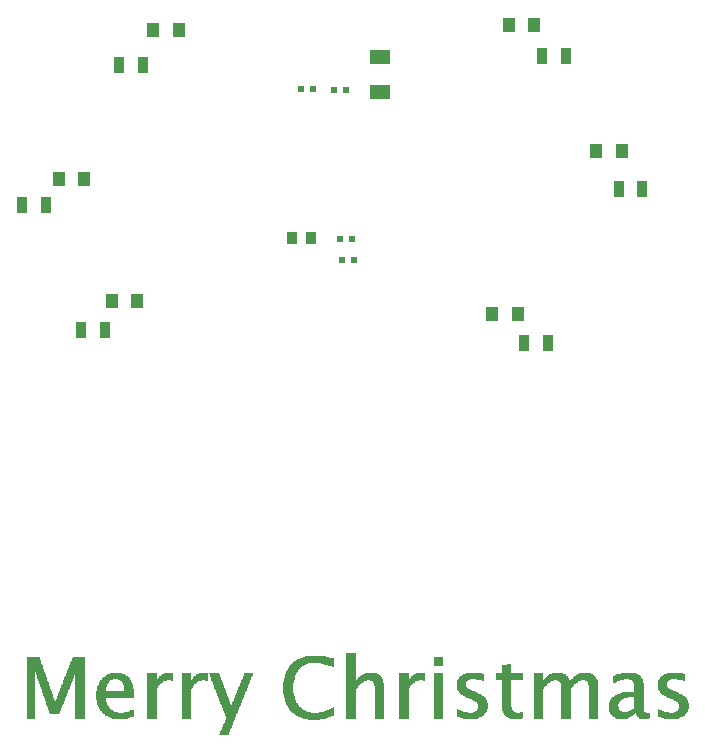
<source format=gbr>
G04 PROTEUS RS274X GERBER FILE*
%FSLAX45Y45*%
%MOMM*%
G01*
%ADD15R,0.558800X0.609600*%
%ADD16R,0.939800X1.447800*%
%ADD17R,1.016000X1.270000*%
%ADD70R,0.939800X0.990600*%
%ADD71R,1.803400X1.143000*%
%ADD30C,0.063500*%
%TD.AperFunction*%
D15*
X-280000Y-1580000D03*
X-180000Y-1580000D03*
X+0Y-1590000D03*
X+100000Y-1590000D03*
X+50000Y-2850000D03*
X+150000Y-2850000D03*
X+70000Y-3030000D03*
X+170000Y-3030000D03*
D16*
X-1820000Y-1380000D03*
X-1620000Y-1380000D03*
X+1760000Y-1300000D03*
X+1960000Y-1300000D03*
X-2640000Y-2560000D03*
X-2440000Y-2560000D03*
X+2410000Y-2430000D03*
X+2610000Y-2430000D03*
X-2140000Y-3620000D03*
X-1940000Y-3620000D03*
X+1610000Y-3730000D03*
X+1810000Y-3730000D03*
D17*
X-1530000Y-1080000D03*
X-1316640Y-1080000D03*
X+1480000Y-1040000D03*
X+1693360Y-1040000D03*
X-2330000Y-2340000D03*
X-2116640Y-2340000D03*
X+2220000Y-2110000D03*
X+2433360Y-2110000D03*
X-1880000Y-3380000D03*
X-1666640Y-3380000D03*
X+1340000Y-3490000D03*
X+1553360Y-3490000D03*
D70*
X-200000Y-2840000D03*
X-360000Y-2840000D03*
D71*
X+390000Y-1610000D03*
X+390000Y-1310000D03*
D30*
X-973579Y-7039545D02*
X-902459Y-7039545D01*
X-968499Y-7034465D02*
X-897379Y-7034465D01*
X-968499Y-7029385D02*
X-897379Y-7029385D01*
X-968499Y-7024305D02*
X-897379Y-7024305D01*
X-963419Y-7019225D02*
X-892299Y-7019225D01*
X-963419Y-7014145D02*
X-892299Y-7014145D01*
X-958339Y-7009065D02*
X-887219Y-7009065D01*
X-958339Y-7003985D02*
X-887219Y-7003985D01*
X-953259Y-6998905D02*
X-887219Y-6998905D01*
X-953259Y-6993825D02*
X-882139Y-6993825D01*
X-948179Y-6988745D02*
X-882139Y-6988745D01*
X-948179Y-6983665D02*
X-877059Y-6983665D01*
X-948179Y-6978585D02*
X-877059Y-6978585D01*
X-943099Y-6973505D02*
X-877059Y-6973505D01*
X-943099Y-6968425D02*
X-871979Y-6968425D01*
X-938019Y-6963345D02*
X-871979Y-6963345D01*
X-938019Y-6958265D02*
X-866899Y-6958265D01*
X-932939Y-6953185D02*
X-866899Y-6953185D01*
X-932939Y-6948105D02*
X-866899Y-6948105D01*
X-927859Y-6943025D02*
X-861819Y-6943025D01*
X-927859Y-6937945D02*
X-861819Y-6937945D01*
X-927859Y-6932865D02*
X-856739Y-6932865D01*
X-922779Y-6927785D02*
X-856739Y-6927785D01*
X-922779Y-6922705D02*
X-856739Y-6922705D01*
X-917699Y-6917625D02*
X-851659Y-6917625D01*
X-917699Y-6912545D02*
X-851659Y-6912545D01*
X-221739Y-6912545D02*
X-130299Y-6912545D01*
X-1857499Y-6907465D02*
X-1786379Y-6907465D01*
X-912619Y-6907465D02*
X-846579Y-6907465D01*
X-252219Y-6907465D02*
X-99819Y-6907465D01*
X+1114301Y-6907465D02*
X+1185421Y-6907465D01*
X+1500381Y-6907465D02*
X+1561341Y-6907465D01*
X+2404621Y-6907465D02*
X+2455421Y-6907465D01*
X+2597661Y-6907465D02*
X+2643381Y-6907465D01*
X+2816101Y-6907465D02*
X+2887221Y-6907465D01*
X-2604259Y-6902385D02*
X-2543299Y-6902385D01*
X-2192779Y-6902385D02*
X-2121659Y-6902385D01*
X-1882899Y-6902385D02*
X-1755899Y-6902385D01*
X-1583179Y-6902385D02*
X-1512059Y-6902385D01*
X-1288539Y-6902385D02*
X-1217419Y-6902385D01*
X-912619Y-6902385D02*
X-846579Y-6902385D01*
X-267459Y-6902385D02*
X-79499Y-6902385D01*
X+103381Y-6902385D02*
X+174501Y-6902385D01*
X+342141Y-6902385D02*
X+413261Y-6902385D01*
X+550421Y-6902385D02*
X+621541Y-6902385D01*
X+845061Y-6902385D02*
X+916181Y-6902385D01*
X+1088901Y-6902385D02*
X+1205741Y-6902385D01*
X+1485141Y-6902385D02*
X+1581661Y-6902385D01*
X+1688341Y-6902385D02*
X+1759461Y-6902385D01*
X+1922021Y-6902385D02*
X+1993141Y-6902385D01*
X+2155701Y-6902385D02*
X+2226821Y-6902385D01*
X+2389381Y-6902385D02*
X+2475741Y-6902385D01*
X+2582421Y-6902385D02*
X+2658621Y-6902385D01*
X+2790701Y-6902385D02*
X+2907541Y-6902385D01*
X-2604259Y-6897305D02*
X-2543299Y-6897305D01*
X-2192779Y-6897305D02*
X-2121659Y-6897305D01*
X-1898139Y-6897305D02*
X-1735579Y-6897305D01*
X-1583179Y-6897305D02*
X-1512059Y-6897305D01*
X-1288539Y-6897305D02*
X-1217419Y-6897305D01*
X-917699Y-6897305D02*
X-846579Y-6897305D01*
X-282699Y-6897305D02*
X-64259Y-6897305D01*
X+103381Y-6897305D02*
X+174501Y-6897305D01*
X+342141Y-6897305D02*
X+413261Y-6897305D01*
X+550421Y-6897305D02*
X+621541Y-6897305D01*
X+845061Y-6897305D02*
X+916181Y-6897305D01*
X+1063501Y-6897305D02*
X+1220981Y-6897305D01*
X+1469901Y-6897305D02*
X+1586741Y-6897305D01*
X+1688341Y-6897305D02*
X+1759461Y-6897305D01*
X+1922021Y-6897305D02*
X+1993141Y-6897305D01*
X+2155701Y-6897305D02*
X+2226821Y-6897305D01*
X+2379221Y-6897305D02*
X+2490981Y-6897305D01*
X+2577341Y-6897305D02*
X+2668781Y-6897305D01*
X+2765301Y-6897305D02*
X+2922781Y-6897305D01*
X-2604259Y-6892225D02*
X-2543299Y-6892225D01*
X-2192779Y-6892225D02*
X-2121659Y-6892225D01*
X-1908299Y-6892225D02*
X-1715259Y-6892225D01*
X-1583179Y-6892225D02*
X-1512059Y-6892225D01*
X-1288539Y-6892225D02*
X-1217419Y-6892225D01*
X-917699Y-6892225D02*
X-841499Y-6892225D01*
X-297939Y-6892225D02*
X-49019Y-6892225D01*
X+103381Y-6892225D02*
X+174501Y-6892225D01*
X+342141Y-6892225D02*
X+413261Y-6892225D01*
X+550421Y-6892225D02*
X+621541Y-6892225D01*
X+845061Y-6892225D02*
X+916181Y-6892225D01*
X+1048261Y-6892225D02*
X+1231141Y-6892225D01*
X+1464821Y-6892225D02*
X+1586741Y-6892225D01*
X+1688341Y-6892225D02*
X+1759461Y-6892225D01*
X+1922021Y-6892225D02*
X+1993141Y-6892225D01*
X+2155701Y-6892225D02*
X+2226821Y-6892225D01*
X+2369061Y-6892225D02*
X+2501141Y-6892225D01*
X+2572261Y-6892225D02*
X+2668781Y-6892225D01*
X+2750061Y-6892225D02*
X+2932941Y-6892225D01*
X-2604259Y-6887145D02*
X-2543299Y-6887145D01*
X-2192779Y-6887145D02*
X-2121659Y-6887145D01*
X-1918459Y-6887145D02*
X-1705099Y-6887145D01*
X-1583179Y-6887145D02*
X-1512059Y-6887145D01*
X-1288539Y-6887145D02*
X-1217419Y-6887145D01*
X-917699Y-6887145D02*
X-841499Y-6887145D01*
X-308099Y-6887145D02*
X-33779Y-6887145D01*
X+103381Y-6887145D02*
X+174501Y-6887145D01*
X+342141Y-6887145D02*
X+413261Y-6887145D01*
X+550421Y-6887145D02*
X+621541Y-6887145D01*
X+845061Y-6887145D02*
X+916181Y-6887145D01*
X+1038101Y-6887145D02*
X+1241301Y-6887145D01*
X+1454661Y-6887145D02*
X+1586741Y-6887145D01*
X+1688341Y-6887145D02*
X+1759461Y-6887145D01*
X+1922021Y-6887145D02*
X+1993141Y-6887145D01*
X+2155701Y-6887145D02*
X+2226821Y-6887145D01*
X+2363981Y-6887145D02*
X+2506221Y-6887145D01*
X+2567181Y-6887145D02*
X+2668781Y-6887145D01*
X+2739901Y-6887145D02*
X+2943101Y-6887145D01*
X-2604259Y-6882065D02*
X-2543299Y-6882065D01*
X-2192779Y-6882065D02*
X-2121659Y-6882065D01*
X-1928619Y-6882065D02*
X-1705099Y-6882065D01*
X-1583179Y-6882065D02*
X-1512059Y-6882065D01*
X-1288539Y-6882065D02*
X-1217419Y-6882065D01*
X-922779Y-6882065D02*
X-836419Y-6882065D01*
X-318259Y-6882065D02*
X-23619Y-6882065D01*
X+103381Y-6882065D02*
X+174501Y-6882065D01*
X+342141Y-6882065D02*
X+413261Y-6882065D01*
X+550421Y-6882065D02*
X+621541Y-6882065D01*
X+845061Y-6882065D02*
X+916181Y-6882065D01*
X+1038101Y-6882065D02*
X+1246381Y-6882065D01*
X+1449581Y-6882065D02*
X+1586741Y-6882065D01*
X+1688341Y-6882065D02*
X+1759461Y-6882065D01*
X+1922021Y-6882065D02*
X+1993141Y-6882065D01*
X+2155701Y-6882065D02*
X+2226821Y-6882065D01*
X+2353821Y-6882065D02*
X+2516381Y-6882065D01*
X+2562101Y-6882065D02*
X+2668781Y-6882065D01*
X+2739901Y-6882065D02*
X+2948181Y-6882065D01*
X-2604259Y-6876985D02*
X-2543299Y-6876985D01*
X-2192779Y-6876985D02*
X-2121659Y-6876985D01*
X-1938779Y-6876985D02*
X-1705099Y-6876985D01*
X-1583179Y-6876985D02*
X-1512059Y-6876985D01*
X-1288539Y-6876985D02*
X-1217419Y-6876985D01*
X-922779Y-6876985D02*
X-836419Y-6876985D01*
X-323339Y-6876985D02*
X-13459Y-6876985D01*
X+103381Y-6876985D02*
X+174501Y-6876985D01*
X+342141Y-6876985D02*
X+413261Y-6876985D01*
X+550421Y-6876985D02*
X+621541Y-6876985D01*
X+845061Y-6876985D02*
X+916181Y-6876985D01*
X+1038101Y-6876985D02*
X+1256541Y-6876985D01*
X+1444501Y-6876985D02*
X+1586741Y-6876985D01*
X+1688341Y-6876985D02*
X+1759461Y-6876985D01*
X+1922021Y-6876985D02*
X+1993141Y-6876985D01*
X+2155701Y-6876985D02*
X+2226821Y-6876985D01*
X+2348741Y-6876985D02*
X+2521461Y-6876985D01*
X+2562101Y-6876985D02*
X+2663701Y-6876985D01*
X+2739901Y-6876985D02*
X+2958341Y-6876985D01*
X-2604259Y-6871905D02*
X-2543299Y-6871905D01*
X-2192779Y-6871905D02*
X-2121659Y-6871905D01*
X-1943859Y-6871905D02*
X-1705099Y-6871905D01*
X-1583179Y-6871905D02*
X-1512059Y-6871905D01*
X-1288539Y-6871905D02*
X-1217419Y-6871905D01*
X-927859Y-6871905D02*
X-836419Y-6871905D01*
X-333499Y-6871905D02*
X-8379Y-6871905D01*
X+103381Y-6871905D02*
X+174501Y-6871905D01*
X+342141Y-6871905D02*
X+413261Y-6871905D01*
X+550421Y-6871905D02*
X+621541Y-6871905D01*
X+845061Y-6871905D02*
X+916181Y-6871905D01*
X+1038101Y-6871905D02*
X+1261621Y-6871905D01*
X+1439421Y-6871905D02*
X+1586741Y-6871905D01*
X+1688341Y-6871905D02*
X+1759461Y-6871905D01*
X+1922021Y-6871905D02*
X+1993141Y-6871905D01*
X+2155701Y-6871905D02*
X+2226821Y-6871905D01*
X+2343661Y-6871905D02*
X+2531621Y-6871905D01*
X+2557021Y-6871905D02*
X+2663701Y-6871905D01*
X+2739901Y-6871905D02*
X+2963421Y-6871905D01*
X-2604259Y-6866825D02*
X-2543299Y-6866825D01*
X-2406139Y-6866825D02*
X-2335019Y-6866825D01*
X-2192779Y-6866825D02*
X-2121659Y-6866825D01*
X-1948939Y-6866825D02*
X-1705099Y-6866825D01*
X-1583179Y-6866825D02*
X-1512059Y-6866825D01*
X-1288539Y-6866825D02*
X-1217419Y-6866825D01*
X-927859Y-6866825D02*
X-831339Y-6866825D01*
X-338579Y-6866825D02*
X-8379Y-6866825D01*
X+103381Y-6866825D02*
X+174501Y-6866825D01*
X+342141Y-6866825D02*
X+413261Y-6866825D01*
X+550421Y-6866825D02*
X+621541Y-6866825D01*
X+845061Y-6866825D02*
X+916181Y-6866825D01*
X+1038101Y-6866825D02*
X+1266701Y-6866825D01*
X+1439421Y-6866825D02*
X+1586741Y-6866825D01*
X+1688341Y-6866825D02*
X+1759461Y-6866825D01*
X+1922021Y-6866825D02*
X+1993141Y-6866825D01*
X+2155701Y-6866825D02*
X+2226821Y-6866825D01*
X+2343661Y-6866825D02*
X+2536701Y-6866825D01*
X+2557021Y-6866825D02*
X+2663701Y-6866825D01*
X+2739901Y-6866825D02*
X+2968501Y-6866825D01*
X-2604259Y-6861745D02*
X-2543299Y-6861745D01*
X-2406139Y-6861745D02*
X-2335019Y-6861745D01*
X-2192779Y-6861745D02*
X-2121659Y-6861745D01*
X-1954019Y-6861745D02*
X-1705099Y-6861745D01*
X-1583179Y-6861745D02*
X-1512059Y-6861745D01*
X-1288539Y-6861745D02*
X-1217419Y-6861745D01*
X-927859Y-6861745D02*
X-831339Y-6861745D01*
X-343659Y-6861745D02*
X-8379Y-6861745D01*
X+103381Y-6861745D02*
X+174501Y-6861745D01*
X+342141Y-6861745D02*
X+413261Y-6861745D01*
X+550421Y-6861745D02*
X+621541Y-6861745D01*
X+845061Y-6861745D02*
X+916181Y-6861745D01*
X+1038101Y-6861745D02*
X+1271781Y-6861745D01*
X+1434341Y-6861745D02*
X+1586741Y-6861745D01*
X+1688341Y-6861745D02*
X+1759461Y-6861745D01*
X+1922021Y-6861745D02*
X+1993141Y-6861745D01*
X+2155701Y-6861745D02*
X+2226821Y-6861745D01*
X+2338581Y-6861745D02*
X+2541781Y-6861745D01*
X+2551941Y-6861745D02*
X+2638301Y-6861745D01*
X+2739901Y-6861745D02*
X+2973581Y-6861745D01*
X-2604259Y-6856665D02*
X-2543299Y-6856665D01*
X-2411219Y-6856665D02*
X-2335019Y-6856665D01*
X-2192779Y-6856665D02*
X-2121659Y-6856665D01*
X-1959099Y-6856665D02*
X-1842259Y-6856665D01*
X-1781299Y-6856665D02*
X-1705099Y-6856665D01*
X-1583179Y-6856665D02*
X-1512059Y-6856665D01*
X-1288539Y-6856665D02*
X-1217419Y-6856665D01*
X-932939Y-6856665D02*
X-826259Y-6856665D01*
X-353819Y-6856665D02*
X-201419Y-6856665D01*
X-130299Y-6856665D02*
X-8379Y-6856665D01*
X+103381Y-6856665D02*
X+174501Y-6856665D01*
X+342141Y-6856665D02*
X+413261Y-6856665D01*
X+550421Y-6856665D02*
X+621541Y-6856665D01*
X+845061Y-6856665D02*
X+916181Y-6856665D01*
X+1038101Y-6856665D02*
X+1124461Y-6856665D01*
X+1175261Y-6856665D02*
X+1271781Y-6856665D01*
X+1434341Y-6856665D02*
X+1530861Y-6856665D01*
X+1576581Y-6856665D02*
X+1586741Y-6856665D01*
X+1688341Y-6856665D02*
X+1759461Y-6856665D01*
X+1922021Y-6856665D02*
X+1993141Y-6856665D01*
X+2155701Y-6856665D02*
X+2226821Y-6856665D01*
X+2333501Y-6856665D02*
X+2628141Y-6856665D01*
X+2739901Y-6856665D02*
X+2826261Y-6856665D01*
X+2877061Y-6856665D02*
X+2973581Y-6856665D01*
X-2604259Y-6851585D02*
X-2543299Y-6851585D01*
X-2411219Y-6851585D02*
X-2329939Y-6851585D01*
X-2192779Y-6851585D02*
X-2121659Y-6851585D01*
X-1964179Y-6851585D02*
X-1862579Y-6851585D01*
X-1755899Y-6851585D02*
X-1705099Y-6851585D01*
X-1583179Y-6851585D02*
X-1512059Y-6851585D01*
X-1288539Y-6851585D02*
X-1217419Y-6851585D01*
X-932939Y-6851585D02*
X-826259Y-6851585D01*
X-358899Y-6851585D02*
X-226819Y-6851585D01*
X-104899Y-6851585D02*
X-8379Y-6851585D01*
X+103381Y-6851585D02*
X+174501Y-6851585D01*
X+342141Y-6851585D02*
X+413261Y-6851585D01*
X+550421Y-6851585D02*
X+621541Y-6851585D01*
X+845061Y-6851585D02*
X+916181Y-6851585D01*
X+1038101Y-6851585D02*
X+1099061Y-6851585D01*
X+1190501Y-6851585D02*
X+1276861Y-6851585D01*
X+1429261Y-6851585D02*
X+1520701Y-6851585D01*
X+1688341Y-6851585D02*
X+1759461Y-6851585D01*
X+1922021Y-6851585D02*
X+1993141Y-6851585D01*
X+2155701Y-6851585D02*
X+2226821Y-6851585D01*
X+2333501Y-6851585D02*
X+2435101Y-6851585D01*
X+2475741Y-6851585D02*
X+2623061Y-6851585D01*
X+2739901Y-6851585D02*
X+2800861Y-6851585D01*
X+2892301Y-6851585D02*
X+2978661Y-6851585D01*
X-2604259Y-6846505D02*
X-2543299Y-6846505D01*
X-2411219Y-6846505D02*
X-2329939Y-6846505D01*
X-2192779Y-6846505D02*
X-2121659Y-6846505D01*
X-1969259Y-6846505D02*
X-1872739Y-6846505D01*
X-1740659Y-6846505D02*
X-1705099Y-6846505D01*
X-1583179Y-6846505D02*
X-1512059Y-6846505D01*
X-1288539Y-6846505D02*
X-1217419Y-6846505D01*
X-932939Y-6846505D02*
X-826259Y-6846505D01*
X-363979Y-6846505D02*
X-242059Y-6846505D01*
X-84579Y-6846505D02*
X-8379Y-6846505D01*
X+103381Y-6846505D02*
X+174501Y-6846505D01*
X+342141Y-6846505D02*
X+413261Y-6846505D01*
X+550421Y-6846505D02*
X+621541Y-6846505D01*
X+845061Y-6846505D02*
X+916181Y-6846505D01*
X+1038101Y-6846505D02*
X+1083821Y-6846505D01*
X+1195581Y-6846505D02*
X+1281941Y-6846505D01*
X+1429261Y-6846505D02*
X+1510541Y-6846505D01*
X+1688341Y-6846505D02*
X+1759461Y-6846505D01*
X+1922021Y-6846505D02*
X+1993141Y-6846505D01*
X+2155701Y-6846505D02*
X+2226821Y-6846505D01*
X+2328421Y-6846505D02*
X+2424941Y-6846505D01*
X+2490981Y-6846505D02*
X+2617981Y-6846505D01*
X+2739901Y-6846505D02*
X+2785621Y-6846505D01*
X+2897381Y-6846505D02*
X+2983741Y-6846505D01*
X-2604259Y-6841425D02*
X-2543299Y-6841425D01*
X-2416299Y-6841425D02*
X-2324859Y-6841425D01*
X-2192779Y-6841425D02*
X-2121659Y-6841425D01*
X-1974339Y-6841425D02*
X-1882899Y-6841425D01*
X-1725419Y-6841425D02*
X-1705099Y-6841425D01*
X-1583179Y-6841425D02*
X-1512059Y-6841425D01*
X-1288539Y-6841425D02*
X-1217419Y-6841425D01*
X-938019Y-6841425D02*
X-821179Y-6841425D01*
X-369059Y-6841425D02*
X-252219Y-6841425D01*
X-69339Y-6841425D02*
X-8379Y-6841425D01*
X+103381Y-6841425D02*
X+174501Y-6841425D01*
X+342141Y-6841425D02*
X+413261Y-6841425D01*
X+550421Y-6841425D02*
X+621541Y-6841425D01*
X+845061Y-6841425D02*
X+916181Y-6841425D01*
X+1038101Y-6841425D02*
X+1068581Y-6841425D01*
X+1205741Y-6841425D02*
X+1281941Y-6841425D01*
X+1424181Y-6841425D02*
X+1505461Y-6841425D01*
X+1688341Y-6841425D02*
X+1759461Y-6841425D01*
X+1922021Y-6841425D02*
X+1993141Y-6841425D01*
X+2155701Y-6841425D02*
X+2226821Y-6841425D01*
X+2328421Y-6841425D02*
X+2414781Y-6841425D01*
X+2506221Y-6841425D02*
X+2617981Y-6841425D01*
X+2739901Y-6841425D02*
X+2770381Y-6841425D01*
X+2907541Y-6841425D02*
X+2983741Y-6841425D01*
X-2604259Y-6836345D02*
X-2543299Y-6836345D01*
X-2416299Y-6836345D02*
X-2324859Y-6836345D01*
X-2192779Y-6836345D02*
X-2121659Y-6836345D01*
X-1979419Y-6836345D02*
X-1893059Y-6836345D01*
X-1710179Y-6836345D02*
X-1705099Y-6836345D01*
X-1583179Y-6836345D02*
X-1512059Y-6836345D01*
X-1288539Y-6836345D02*
X-1217419Y-6836345D01*
X-938019Y-6836345D02*
X-821179Y-6836345D01*
X-374139Y-6836345D02*
X-262379Y-6836345D01*
X-59179Y-6836345D02*
X-8379Y-6836345D01*
X+103381Y-6836345D02*
X+174501Y-6836345D01*
X+342141Y-6836345D02*
X+413261Y-6836345D01*
X+550421Y-6836345D02*
X+621541Y-6836345D01*
X+845061Y-6836345D02*
X+916181Y-6836345D01*
X+1038101Y-6836345D02*
X+1053341Y-6836345D01*
X+1210821Y-6836345D02*
X+1287021Y-6836345D01*
X+1424181Y-6836345D02*
X+1500381Y-6836345D01*
X+1688341Y-6836345D02*
X+1759461Y-6836345D01*
X+1922021Y-6836345D02*
X+1993141Y-6836345D01*
X+2155701Y-6836345D02*
X+2226821Y-6836345D01*
X+2328421Y-6836345D02*
X+2409701Y-6836345D01*
X+2516381Y-6836345D02*
X+2617981Y-6836345D01*
X+2739901Y-6836345D02*
X+2755141Y-6836345D01*
X+2912621Y-6836345D02*
X+2988821Y-6836345D01*
X-2604259Y-6831265D02*
X-2543299Y-6831265D01*
X-2416299Y-6831265D02*
X-2324859Y-6831265D01*
X-2192779Y-6831265D02*
X-2121659Y-6831265D01*
X-1979419Y-6831265D02*
X-1898139Y-6831265D01*
X-1583179Y-6831265D02*
X-1512059Y-6831265D01*
X-1288539Y-6831265D02*
X-1217419Y-6831265D01*
X-943099Y-6831265D02*
X-816099Y-6831265D01*
X-374139Y-6831265D02*
X-272539Y-6831265D01*
X-43939Y-6831265D02*
X-8379Y-6831265D01*
X+103381Y-6831265D02*
X+174501Y-6831265D01*
X+342141Y-6831265D02*
X+413261Y-6831265D01*
X+550421Y-6831265D02*
X+621541Y-6831265D01*
X+845061Y-6831265D02*
X+916181Y-6831265D01*
X+1038101Y-6831265D02*
X+1043181Y-6831265D01*
X+1210821Y-6831265D02*
X+1287021Y-6831265D01*
X+1424181Y-6831265D02*
X+1500381Y-6831265D01*
X+1688341Y-6831265D02*
X+1759461Y-6831265D01*
X+1922021Y-6831265D02*
X+1993141Y-6831265D01*
X+2155701Y-6831265D02*
X+2226821Y-6831265D01*
X+2323341Y-6831265D02*
X+2404621Y-6831265D01*
X+2521461Y-6831265D02*
X+2612901Y-6831265D01*
X+2739901Y-6831265D02*
X+2744981Y-6831265D01*
X+2912621Y-6831265D02*
X+2988821Y-6831265D01*
X-2604259Y-6826185D02*
X-2543299Y-6826185D01*
X-2421379Y-6826185D02*
X-2319779Y-6826185D01*
X-2192779Y-6826185D02*
X-2121659Y-6826185D01*
X-1984499Y-6826185D02*
X-1903219Y-6826185D01*
X-1583179Y-6826185D02*
X-1512059Y-6826185D01*
X-1288539Y-6826185D02*
X-1217419Y-6826185D01*
X-943099Y-6826185D02*
X-816099Y-6826185D01*
X-379219Y-6826185D02*
X-277619Y-6826185D01*
X-33779Y-6826185D02*
X-8379Y-6826185D01*
X+103381Y-6826185D02*
X+174501Y-6826185D01*
X+342141Y-6826185D02*
X+413261Y-6826185D01*
X+550421Y-6826185D02*
X+621541Y-6826185D01*
X+845061Y-6826185D02*
X+916181Y-6826185D01*
X+1215901Y-6826185D02*
X+1287021Y-6826185D01*
X+1424181Y-6826185D02*
X+1495301Y-6826185D01*
X+1688341Y-6826185D02*
X+1759461Y-6826185D01*
X+1922021Y-6826185D02*
X+1993141Y-6826185D01*
X+2155701Y-6826185D02*
X+2226821Y-6826185D01*
X+2323341Y-6826185D02*
X+2404621Y-6826185D01*
X+2531621Y-6826185D02*
X+2612901Y-6826185D01*
X+2917701Y-6826185D02*
X+2988821Y-6826185D01*
X-2604259Y-6821105D02*
X-2543299Y-6821105D01*
X-2421379Y-6821105D02*
X-2319779Y-6821105D01*
X-2192779Y-6821105D02*
X-2121659Y-6821105D01*
X-1989579Y-6821105D02*
X-1908299Y-6821105D01*
X-1583179Y-6821105D02*
X-1512059Y-6821105D01*
X-1288539Y-6821105D02*
X-1217419Y-6821105D01*
X-943099Y-6821105D02*
X-811019Y-6821105D01*
X-384299Y-6821105D02*
X-282699Y-6821105D01*
X-23619Y-6821105D02*
X-8379Y-6821105D01*
X+103381Y-6821105D02*
X+174501Y-6821105D01*
X+342141Y-6821105D02*
X+413261Y-6821105D01*
X+550421Y-6821105D02*
X+621541Y-6821105D01*
X+845061Y-6821105D02*
X+916181Y-6821105D01*
X+1215901Y-6821105D02*
X+1292101Y-6821105D01*
X+1419101Y-6821105D02*
X+1495301Y-6821105D01*
X+1688341Y-6821105D02*
X+1759461Y-6821105D01*
X+1922021Y-6821105D02*
X+1993141Y-6821105D01*
X+2155701Y-6821105D02*
X+2226821Y-6821105D01*
X+2323341Y-6821105D02*
X+2399541Y-6821105D01*
X+2536701Y-6821105D02*
X+2612901Y-6821105D01*
X+2917701Y-6821105D02*
X+2993901Y-6821105D01*
X-2604259Y-6816025D02*
X-2543299Y-6816025D01*
X-2426459Y-6816025D02*
X-2314699Y-6816025D01*
X-2192779Y-6816025D02*
X-2121659Y-6816025D01*
X-1989579Y-6816025D02*
X-1913379Y-6816025D01*
X-1583179Y-6816025D02*
X-1512059Y-6816025D01*
X-1288539Y-6816025D02*
X-1217419Y-6816025D01*
X-948179Y-6816025D02*
X-811019Y-6816025D01*
X-389379Y-6816025D02*
X-292859Y-6816025D01*
X-13459Y-6816025D02*
X-8379Y-6816025D01*
X+103381Y-6816025D02*
X+174501Y-6816025D01*
X+342141Y-6816025D02*
X+413261Y-6816025D01*
X+550421Y-6816025D02*
X+621541Y-6816025D01*
X+845061Y-6816025D02*
X+916181Y-6816025D01*
X+1220981Y-6816025D02*
X+1292101Y-6816025D01*
X+1419101Y-6816025D02*
X+1495301Y-6816025D01*
X+1688341Y-6816025D02*
X+1759461Y-6816025D01*
X+1922021Y-6816025D02*
X+1993141Y-6816025D01*
X+2155701Y-6816025D02*
X+2226821Y-6816025D01*
X+2323341Y-6816025D02*
X+2399541Y-6816025D01*
X+2541781Y-6816025D02*
X+2612901Y-6816025D01*
X+2922781Y-6816025D02*
X+2993901Y-6816025D01*
X-2604259Y-6810945D02*
X-2543299Y-6810945D01*
X-2426459Y-6810945D02*
X-2314699Y-6810945D01*
X-2192779Y-6810945D02*
X-2121659Y-6810945D01*
X-1994659Y-6810945D02*
X-1913379Y-6810945D01*
X-1583179Y-6810945D02*
X-1512059Y-6810945D01*
X-1288539Y-6810945D02*
X-1217419Y-6810945D01*
X-948179Y-6810945D02*
X-811019Y-6810945D01*
X-389379Y-6810945D02*
X-297939Y-6810945D01*
X+103381Y-6810945D02*
X+174501Y-6810945D01*
X+342141Y-6810945D02*
X+413261Y-6810945D01*
X+550421Y-6810945D02*
X+621541Y-6810945D01*
X+845061Y-6810945D02*
X+916181Y-6810945D01*
X+1220981Y-6810945D02*
X+1292101Y-6810945D01*
X+1419101Y-6810945D02*
X+1490221Y-6810945D01*
X+1688341Y-6810945D02*
X+1759461Y-6810945D01*
X+1922021Y-6810945D02*
X+1993141Y-6810945D01*
X+2155701Y-6810945D02*
X+2226821Y-6810945D01*
X+2323341Y-6810945D02*
X+2394461Y-6810945D01*
X+2541781Y-6810945D02*
X+2612901Y-6810945D01*
X+2922781Y-6810945D02*
X+2993901Y-6810945D01*
X-2604259Y-6805865D02*
X-2543299Y-6805865D01*
X-2426459Y-6805865D02*
X-2314699Y-6805865D01*
X-2192779Y-6805865D02*
X-2121659Y-6805865D01*
X-1994659Y-6805865D02*
X-1918459Y-6805865D01*
X-1583179Y-6805865D02*
X-1512059Y-6805865D01*
X-1288539Y-6805865D02*
X-1217419Y-6805865D01*
X-953259Y-6805865D02*
X-805939Y-6805865D01*
X-394459Y-6805865D02*
X-303019Y-6805865D01*
X+103381Y-6805865D02*
X+174501Y-6805865D01*
X+342141Y-6805865D02*
X+413261Y-6805865D01*
X+550421Y-6805865D02*
X+621541Y-6805865D01*
X+845061Y-6805865D02*
X+916181Y-6805865D01*
X+1220981Y-6805865D02*
X+1292101Y-6805865D01*
X+1419101Y-6805865D02*
X+1490221Y-6805865D01*
X+1688341Y-6805865D02*
X+1759461Y-6805865D01*
X+1922021Y-6805865D02*
X+1993141Y-6805865D01*
X+2155701Y-6805865D02*
X+2226821Y-6805865D01*
X+2323341Y-6805865D02*
X+2394461Y-6805865D01*
X+2541781Y-6805865D02*
X+2612901Y-6805865D01*
X+2922781Y-6805865D02*
X+2993901Y-6805865D01*
X-2604259Y-6800785D02*
X-2543299Y-6800785D01*
X-2431539Y-6800785D02*
X-2309619Y-6800785D01*
X-2192779Y-6800785D02*
X-2121659Y-6800785D01*
X-1999739Y-6800785D02*
X-1923539Y-6800785D01*
X-1583179Y-6800785D02*
X-1512059Y-6800785D01*
X-1288539Y-6800785D02*
X-1217419Y-6800785D01*
X-953259Y-6800785D02*
X-877059Y-6800785D01*
X-871979Y-6800785D02*
X-805939Y-6800785D01*
X-394459Y-6800785D02*
X-308099Y-6800785D01*
X+103381Y-6800785D02*
X+174501Y-6800785D01*
X+342141Y-6800785D02*
X+413261Y-6800785D01*
X+550421Y-6800785D02*
X+621541Y-6800785D01*
X+845061Y-6800785D02*
X+916181Y-6800785D01*
X+1220981Y-6800785D02*
X+1292101Y-6800785D01*
X+1419101Y-6800785D02*
X+1490221Y-6800785D01*
X+1688341Y-6800785D02*
X+1759461Y-6800785D01*
X+1922021Y-6800785D02*
X+1993141Y-6800785D01*
X+2155701Y-6800785D02*
X+2226821Y-6800785D01*
X+2323341Y-6800785D02*
X+2394461Y-6800785D01*
X+2541781Y-6800785D02*
X+2612901Y-6800785D01*
X+2922781Y-6800785D02*
X+2993901Y-6800785D01*
X-2604259Y-6795705D02*
X-2543299Y-6795705D01*
X-2431539Y-6795705D02*
X-2309619Y-6795705D01*
X-2192779Y-6795705D02*
X-2121659Y-6795705D01*
X-1999739Y-6795705D02*
X-1923539Y-6795705D01*
X-1583179Y-6795705D02*
X-1512059Y-6795705D01*
X-1288539Y-6795705D02*
X-1217419Y-6795705D01*
X-953259Y-6795705D02*
X-882139Y-6795705D01*
X-871979Y-6795705D02*
X-800859Y-6795705D01*
X-399539Y-6795705D02*
X-308099Y-6795705D01*
X+103381Y-6795705D02*
X+174501Y-6795705D01*
X+342141Y-6795705D02*
X+413261Y-6795705D01*
X+550421Y-6795705D02*
X+621541Y-6795705D01*
X+845061Y-6795705D02*
X+916181Y-6795705D01*
X+1220981Y-6795705D02*
X+1292101Y-6795705D01*
X+1419101Y-6795705D02*
X+1490221Y-6795705D01*
X+1688341Y-6795705D02*
X+1759461Y-6795705D01*
X+1922021Y-6795705D02*
X+1993141Y-6795705D01*
X+2155701Y-6795705D02*
X+2226821Y-6795705D01*
X+2323341Y-6795705D02*
X+2394461Y-6795705D01*
X+2541781Y-6795705D02*
X+2612901Y-6795705D01*
X+2922781Y-6795705D02*
X+2993901Y-6795705D01*
X-2604259Y-6790625D02*
X-2543299Y-6790625D01*
X-2431539Y-6790625D02*
X-2304539Y-6790625D01*
X-2192779Y-6790625D02*
X-2121659Y-6790625D01*
X-1999739Y-6790625D02*
X-1928619Y-6790625D01*
X-1583179Y-6790625D02*
X-1512059Y-6790625D01*
X-1288539Y-6790625D02*
X-1217419Y-6790625D01*
X-958339Y-6790625D02*
X-882139Y-6790625D01*
X-866899Y-6790625D02*
X-800859Y-6790625D01*
X-399539Y-6790625D02*
X-313179Y-6790625D01*
X+103381Y-6790625D02*
X+174501Y-6790625D01*
X+342141Y-6790625D02*
X+413261Y-6790625D01*
X+550421Y-6790625D02*
X+621541Y-6790625D01*
X+845061Y-6790625D02*
X+916181Y-6790625D01*
X+1220981Y-6790625D02*
X+1292101Y-6790625D01*
X+1419101Y-6790625D02*
X+1490221Y-6790625D01*
X+1688341Y-6790625D02*
X+1759461Y-6790625D01*
X+1922021Y-6790625D02*
X+1993141Y-6790625D01*
X+2155701Y-6790625D02*
X+2226821Y-6790625D01*
X+2323341Y-6790625D02*
X+2394461Y-6790625D01*
X+2541781Y-6790625D02*
X+2612901Y-6790625D01*
X+2922781Y-6790625D02*
X+2993901Y-6790625D01*
X-2604259Y-6785545D02*
X-2543299Y-6785545D01*
X-2436619Y-6785545D02*
X-2304539Y-6785545D01*
X-2192779Y-6785545D02*
X-2121659Y-6785545D01*
X-2004819Y-6785545D02*
X-1928619Y-6785545D01*
X-1583179Y-6785545D02*
X-1512059Y-6785545D01*
X-1288539Y-6785545D02*
X-1217419Y-6785545D01*
X-958339Y-6785545D02*
X-882139Y-6785545D01*
X-866899Y-6785545D02*
X-800859Y-6785545D01*
X-404619Y-6785545D02*
X-318259Y-6785545D01*
X+103381Y-6785545D02*
X+174501Y-6785545D01*
X+342141Y-6785545D02*
X+413261Y-6785545D01*
X+550421Y-6785545D02*
X+621541Y-6785545D01*
X+845061Y-6785545D02*
X+916181Y-6785545D01*
X+1215901Y-6785545D02*
X+1292101Y-6785545D01*
X+1419101Y-6785545D02*
X+1490221Y-6785545D01*
X+1688341Y-6785545D02*
X+1759461Y-6785545D01*
X+1922021Y-6785545D02*
X+1993141Y-6785545D01*
X+2155701Y-6785545D02*
X+2226821Y-6785545D01*
X+2323341Y-6785545D02*
X+2394461Y-6785545D01*
X+2541781Y-6785545D02*
X+2612901Y-6785545D01*
X+2917701Y-6785545D02*
X+2993901Y-6785545D01*
X-2604259Y-6780465D02*
X-2543299Y-6780465D01*
X-2436619Y-6780465D02*
X-2304539Y-6780465D01*
X-2192779Y-6780465D02*
X-2121659Y-6780465D01*
X-2004819Y-6780465D02*
X-1933699Y-6780465D01*
X-1583179Y-6780465D02*
X-1512059Y-6780465D01*
X-1288539Y-6780465D02*
X-1217419Y-6780465D01*
X-958339Y-6780465D02*
X-887219Y-6780465D01*
X-866899Y-6780465D02*
X-795779Y-6780465D01*
X-404619Y-6780465D02*
X-318259Y-6780465D01*
X+103381Y-6780465D02*
X+174501Y-6780465D01*
X+342141Y-6780465D02*
X+413261Y-6780465D01*
X+550421Y-6780465D02*
X+621541Y-6780465D01*
X+845061Y-6780465D02*
X+916181Y-6780465D01*
X+1215901Y-6780465D02*
X+1292101Y-6780465D01*
X+1419101Y-6780465D02*
X+1490221Y-6780465D01*
X+1688341Y-6780465D02*
X+1759461Y-6780465D01*
X+1922021Y-6780465D02*
X+1993141Y-6780465D01*
X+2155701Y-6780465D02*
X+2226821Y-6780465D01*
X+2328421Y-6780465D02*
X+2394461Y-6780465D01*
X+2541781Y-6780465D02*
X+2612901Y-6780465D01*
X+2917701Y-6780465D02*
X+2993901Y-6780465D01*
X-2604259Y-6775385D02*
X-2543299Y-6775385D01*
X-2436619Y-6775385D02*
X-2370579Y-6775385D01*
X-2365499Y-6775385D02*
X-2299459Y-6775385D01*
X-2192779Y-6775385D02*
X-2121659Y-6775385D01*
X-2004819Y-6775385D02*
X-1933699Y-6775385D01*
X-1583179Y-6775385D02*
X-1512059Y-6775385D01*
X-1288539Y-6775385D02*
X-1217419Y-6775385D01*
X-963419Y-6775385D02*
X-887219Y-6775385D01*
X-861819Y-6775385D02*
X-795779Y-6775385D01*
X-409699Y-6775385D02*
X-323339Y-6775385D01*
X+103381Y-6775385D02*
X+174501Y-6775385D01*
X+342141Y-6775385D02*
X+413261Y-6775385D01*
X+550421Y-6775385D02*
X+621541Y-6775385D01*
X+845061Y-6775385D02*
X+916181Y-6775385D01*
X+1210821Y-6775385D02*
X+1292101Y-6775385D01*
X+1419101Y-6775385D02*
X+1490221Y-6775385D01*
X+1688341Y-6775385D02*
X+1759461Y-6775385D01*
X+1922021Y-6775385D02*
X+1993141Y-6775385D01*
X+2155701Y-6775385D02*
X+2226821Y-6775385D01*
X+2328421Y-6775385D02*
X+2399541Y-6775385D01*
X+2541781Y-6775385D02*
X+2612901Y-6775385D01*
X+2912621Y-6775385D02*
X+2993901Y-6775385D01*
X-2604259Y-6770305D02*
X-2543299Y-6770305D01*
X-2441699Y-6770305D02*
X-2370579Y-6770305D01*
X-2365499Y-6770305D02*
X-2299459Y-6770305D01*
X-2192779Y-6770305D02*
X-2121659Y-6770305D01*
X-2009899Y-6770305D02*
X-1933699Y-6770305D01*
X-1583179Y-6770305D02*
X-1512059Y-6770305D01*
X-1288539Y-6770305D02*
X-1217419Y-6770305D01*
X-963419Y-6770305D02*
X-892299Y-6770305D01*
X-861819Y-6770305D02*
X-790699Y-6770305D01*
X-409699Y-6770305D02*
X-328419Y-6770305D01*
X+103381Y-6770305D02*
X+174501Y-6770305D01*
X+342141Y-6770305D02*
X+413261Y-6770305D01*
X+550421Y-6770305D02*
X+621541Y-6770305D01*
X+845061Y-6770305D02*
X+916181Y-6770305D01*
X+1205741Y-6770305D02*
X+1287021Y-6770305D01*
X+1419101Y-6770305D02*
X+1490221Y-6770305D01*
X+1688341Y-6770305D02*
X+1759461Y-6770305D01*
X+1922021Y-6770305D02*
X+1993141Y-6770305D01*
X+2155701Y-6770305D02*
X+2226821Y-6770305D01*
X+2328421Y-6770305D02*
X+2399541Y-6770305D01*
X+2541781Y-6770305D02*
X+2612901Y-6770305D01*
X+2907541Y-6770305D02*
X+2988821Y-6770305D01*
X-2604259Y-6765225D02*
X-2543299Y-6765225D01*
X-2441699Y-6765225D02*
X-2370579Y-6765225D01*
X-2360419Y-6765225D02*
X-2294379Y-6765225D01*
X-2192779Y-6765225D02*
X-2121659Y-6765225D01*
X-2009899Y-6765225D02*
X-1938779Y-6765225D01*
X-1583179Y-6765225D02*
X-1512059Y-6765225D01*
X-1288539Y-6765225D02*
X-1217419Y-6765225D01*
X-968499Y-6765225D02*
X-892299Y-6765225D01*
X-856739Y-6765225D02*
X-790699Y-6765225D01*
X-409699Y-6765225D02*
X-328419Y-6765225D01*
X+103381Y-6765225D02*
X+174501Y-6765225D01*
X+342141Y-6765225D02*
X+413261Y-6765225D01*
X+550421Y-6765225D02*
X+621541Y-6765225D01*
X+845061Y-6765225D02*
X+916181Y-6765225D01*
X+1200661Y-6765225D02*
X+1287021Y-6765225D01*
X+1419101Y-6765225D02*
X+1490221Y-6765225D01*
X+1688341Y-6765225D02*
X+1759461Y-6765225D01*
X+1922021Y-6765225D02*
X+1993141Y-6765225D01*
X+2155701Y-6765225D02*
X+2226821Y-6765225D01*
X+2333501Y-6765225D02*
X+2404621Y-6765225D01*
X+2541781Y-6765225D02*
X+2612901Y-6765225D01*
X+2902461Y-6765225D02*
X+2988821Y-6765225D01*
X-2604259Y-6760145D02*
X-2543299Y-6760145D01*
X-2441699Y-6760145D02*
X-2375659Y-6760145D01*
X-2360419Y-6760145D02*
X-2294379Y-6760145D01*
X-2192779Y-6760145D02*
X-2121659Y-6760145D01*
X-2009899Y-6760145D02*
X-1938779Y-6760145D01*
X-1583179Y-6760145D02*
X-1512059Y-6760145D01*
X-1288539Y-6760145D02*
X-1217419Y-6760145D01*
X-968499Y-6760145D02*
X-892299Y-6760145D01*
X-856739Y-6760145D02*
X-790699Y-6760145D01*
X-414779Y-6760145D02*
X-333499Y-6760145D01*
X+103381Y-6760145D02*
X+174501Y-6760145D01*
X+342141Y-6760145D02*
X+413261Y-6760145D01*
X+550421Y-6760145D02*
X+621541Y-6760145D01*
X+845061Y-6760145D02*
X+916181Y-6760145D01*
X+1195581Y-6760145D02*
X+1287021Y-6760145D01*
X+1419101Y-6760145D02*
X+1490221Y-6760145D01*
X+1688341Y-6760145D02*
X+1759461Y-6760145D01*
X+1922021Y-6760145D02*
X+1993141Y-6760145D01*
X+2155701Y-6760145D02*
X+2226821Y-6760145D01*
X+2333501Y-6760145D02*
X+2409701Y-6760145D01*
X+2541781Y-6760145D02*
X+2612901Y-6760145D01*
X+2897381Y-6760145D02*
X+2988821Y-6760145D01*
X-2604259Y-6755065D02*
X-2543299Y-6755065D01*
X-2446779Y-6755065D02*
X-2375659Y-6755065D01*
X-2355339Y-6755065D02*
X-2294379Y-6755065D01*
X-2192779Y-6755065D02*
X-2121659Y-6755065D01*
X-2009899Y-6755065D02*
X-1938779Y-6755065D01*
X-1583179Y-6755065D02*
X-1512059Y-6755065D01*
X-1288539Y-6755065D02*
X-1217419Y-6755065D01*
X-968499Y-6755065D02*
X-897379Y-6755065D01*
X-851659Y-6755065D02*
X-785619Y-6755065D01*
X-414779Y-6755065D02*
X-333499Y-6755065D01*
X+103381Y-6755065D02*
X+174501Y-6755065D01*
X+342141Y-6755065D02*
X+413261Y-6755065D01*
X+550421Y-6755065D02*
X+621541Y-6755065D01*
X+845061Y-6755065D02*
X+916181Y-6755065D01*
X+1185421Y-6755065D02*
X+1281941Y-6755065D01*
X+1419101Y-6755065D02*
X+1490221Y-6755065D01*
X+1688341Y-6755065D02*
X+1759461Y-6755065D01*
X+1922021Y-6755065D02*
X+1993141Y-6755065D01*
X+2155701Y-6755065D02*
X+2226821Y-6755065D01*
X+2333501Y-6755065D02*
X+2414781Y-6755065D01*
X+2541781Y-6755065D02*
X+2612901Y-6755065D01*
X+2887221Y-6755065D02*
X+2983741Y-6755065D01*
X-2604259Y-6749985D02*
X-2543299Y-6749985D01*
X-2446779Y-6749985D02*
X-2375659Y-6749985D01*
X-2355339Y-6749985D02*
X-2289299Y-6749985D01*
X-2192779Y-6749985D02*
X-2121659Y-6749985D01*
X-2009899Y-6749985D02*
X-1938779Y-6749985D01*
X-1583179Y-6749985D02*
X-1512059Y-6749985D01*
X-1288539Y-6749985D02*
X-1217419Y-6749985D01*
X-973579Y-6749985D02*
X-897379Y-6749985D01*
X-851659Y-6749985D02*
X-785619Y-6749985D01*
X-414779Y-6749985D02*
X-338579Y-6749985D01*
X+103381Y-6749985D02*
X+174501Y-6749985D01*
X+342141Y-6749985D02*
X+413261Y-6749985D01*
X+550421Y-6749985D02*
X+621541Y-6749985D01*
X+845061Y-6749985D02*
X+916181Y-6749985D01*
X+1175261Y-6749985D02*
X+1281941Y-6749985D01*
X+1419101Y-6749985D02*
X+1490221Y-6749985D01*
X+1688341Y-6749985D02*
X+1759461Y-6749985D01*
X+1922021Y-6749985D02*
X+1993141Y-6749985D01*
X+2155701Y-6749985D02*
X+2226821Y-6749985D01*
X+2338581Y-6749985D02*
X+2419861Y-6749985D01*
X+2541781Y-6749985D02*
X+2612901Y-6749985D01*
X+2877061Y-6749985D02*
X+2983741Y-6749985D01*
X-2604259Y-6744905D02*
X-2543299Y-6744905D01*
X-2446779Y-6744905D02*
X-2380739Y-6744905D01*
X-2355339Y-6744905D02*
X-2289299Y-6744905D01*
X-2192779Y-6744905D02*
X-2121659Y-6744905D01*
X-2014979Y-6744905D02*
X-1938779Y-6744905D01*
X-1583179Y-6744905D02*
X-1512059Y-6744905D01*
X-1288539Y-6744905D02*
X-1217419Y-6744905D01*
X-973579Y-6744905D02*
X-897379Y-6744905D01*
X-851659Y-6744905D02*
X-780539Y-6744905D01*
X-419859Y-6744905D02*
X-338579Y-6744905D01*
X+103381Y-6744905D02*
X+174501Y-6744905D01*
X+342141Y-6744905D02*
X+413261Y-6744905D01*
X+550421Y-6744905D02*
X+621541Y-6744905D01*
X+845061Y-6744905D02*
X+916181Y-6744905D01*
X+1165101Y-6744905D02*
X+1276861Y-6744905D01*
X+1419101Y-6744905D02*
X+1490221Y-6744905D01*
X+1688341Y-6744905D02*
X+1759461Y-6744905D01*
X+1922021Y-6744905D02*
X+1993141Y-6744905D01*
X+2155701Y-6744905D02*
X+2226821Y-6744905D01*
X+2343661Y-6744905D02*
X+2424941Y-6744905D01*
X+2541781Y-6744905D02*
X+2612901Y-6744905D01*
X+2866901Y-6744905D02*
X+2978661Y-6744905D01*
X-2604259Y-6739825D02*
X-2543299Y-6739825D01*
X-2451859Y-6739825D02*
X-2380739Y-6739825D01*
X-2350259Y-6739825D02*
X-2284219Y-6739825D01*
X-2192779Y-6739825D02*
X-2121659Y-6739825D01*
X-2014979Y-6739825D02*
X-1943859Y-6739825D01*
X-1583179Y-6739825D02*
X-1512059Y-6739825D01*
X-1288539Y-6739825D02*
X-1217419Y-6739825D01*
X-978659Y-6739825D02*
X-902459Y-6739825D01*
X-846579Y-6739825D02*
X-780539Y-6739825D01*
X-419859Y-6739825D02*
X-338579Y-6739825D01*
X+103381Y-6739825D02*
X+174501Y-6739825D01*
X+342141Y-6739825D02*
X+413261Y-6739825D01*
X+550421Y-6739825D02*
X+621541Y-6739825D01*
X+845061Y-6739825D02*
X+916181Y-6739825D01*
X+1149861Y-6739825D02*
X+1276861Y-6739825D01*
X+1419101Y-6739825D02*
X+1490221Y-6739825D01*
X+1688341Y-6739825D02*
X+1759461Y-6739825D01*
X+1922021Y-6739825D02*
X+1993141Y-6739825D01*
X+2155701Y-6739825D02*
X+2226821Y-6739825D01*
X+2343661Y-6739825D02*
X+2435101Y-6739825D01*
X+2541781Y-6739825D02*
X+2612901Y-6739825D01*
X+2851661Y-6739825D02*
X+2978661Y-6739825D01*
X-2604259Y-6734745D02*
X-2543299Y-6734745D01*
X-2451859Y-6734745D02*
X-2380739Y-6734745D01*
X-2350259Y-6734745D02*
X-2284219Y-6734745D01*
X-2192779Y-6734745D02*
X-2121659Y-6734745D01*
X-2014979Y-6734745D02*
X-1943859Y-6734745D01*
X-1583179Y-6734745D02*
X-1512059Y-6734745D01*
X-1288539Y-6734745D02*
X-1217419Y-6734745D01*
X-978659Y-6734745D02*
X-902459Y-6734745D01*
X-846579Y-6734745D02*
X-780539Y-6734745D01*
X-419859Y-6734745D02*
X-343659Y-6734745D01*
X+103381Y-6734745D02*
X+174501Y-6734745D01*
X+342141Y-6734745D02*
X+413261Y-6734745D01*
X+550421Y-6734745D02*
X+621541Y-6734745D01*
X+845061Y-6734745D02*
X+916181Y-6734745D01*
X+1139701Y-6734745D02*
X+1271781Y-6734745D01*
X+1419101Y-6734745D02*
X+1490221Y-6734745D01*
X+1688341Y-6734745D02*
X+1759461Y-6734745D01*
X+1922021Y-6734745D02*
X+1993141Y-6734745D01*
X+2155701Y-6734745D02*
X+2226821Y-6734745D01*
X+2348741Y-6734745D02*
X+2445261Y-6734745D01*
X+2541781Y-6734745D02*
X+2612901Y-6734745D01*
X+2841501Y-6734745D02*
X+2973581Y-6734745D01*
X-2604259Y-6729665D02*
X-2543299Y-6729665D01*
X-2451859Y-6729665D02*
X-2385819Y-6729665D01*
X-2350259Y-6729665D02*
X-2284219Y-6729665D01*
X-2192779Y-6729665D02*
X-2121659Y-6729665D01*
X-2014979Y-6729665D02*
X-1943859Y-6729665D01*
X-1583179Y-6729665D02*
X-1512059Y-6729665D01*
X-1288539Y-6729665D02*
X-1217419Y-6729665D01*
X-978659Y-6729665D02*
X-907539Y-6729665D01*
X-841499Y-6729665D02*
X-775459Y-6729665D01*
X-419859Y-6729665D02*
X-343659Y-6729665D01*
X+103381Y-6729665D02*
X+174501Y-6729665D01*
X+342141Y-6729665D02*
X+413261Y-6729665D01*
X+550421Y-6729665D02*
X+621541Y-6729665D01*
X+845061Y-6729665D02*
X+916181Y-6729665D01*
X+1129541Y-6729665D02*
X+1266701Y-6729665D01*
X+1419101Y-6729665D02*
X+1490221Y-6729665D01*
X+1688341Y-6729665D02*
X+1759461Y-6729665D01*
X+1922021Y-6729665D02*
X+1993141Y-6729665D01*
X+2155701Y-6729665D02*
X+2226821Y-6729665D01*
X+2353821Y-6729665D02*
X+2460501Y-6729665D01*
X+2541781Y-6729665D02*
X+2612901Y-6729665D01*
X+2831341Y-6729665D02*
X+2968501Y-6729665D01*
X-2604259Y-6724585D02*
X-2543299Y-6724585D01*
X-2456939Y-6724585D02*
X-2385819Y-6724585D01*
X-2345179Y-6724585D02*
X-2279139Y-6724585D01*
X-2192779Y-6724585D02*
X-2121659Y-6724585D01*
X-2014979Y-6724585D02*
X-1705099Y-6724585D01*
X-1583179Y-6724585D02*
X-1512059Y-6724585D01*
X-1288539Y-6724585D02*
X-1217419Y-6724585D01*
X-983739Y-6724585D02*
X-907539Y-6724585D01*
X-841499Y-6724585D02*
X-775459Y-6724585D01*
X-424939Y-6724585D02*
X-343659Y-6724585D01*
X+103381Y-6724585D02*
X+174501Y-6724585D01*
X+342141Y-6724585D02*
X+413261Y-6724585D01*
X+550421Y-6724585D02*
X+621541Y-6724585D01*
X+845061Y-6724585D02*
X+916181Y-6724585D01*
X+1114301Y-6724585D02*
X+1261621Y-6724585D01*
X+1419101Y-6724585D02*
X+1490221Y-6724585D01*
X+1688341Y-6724585D02*
X+1759461Y-6724585D01*
X+1922021Y-6724585D02*
X+1993141Y-6724585D01*
X+2155701Y-6724585D02*
X+2226821Y-6724585D01*
X+2358901Y-6724585D02*
X+2480821Y-6724585D01*
X+2541781Y-6724585D02*
X+2612901Y-6724585D01*
X+2816101Y-6724585D02*
X+2963421Y-6724585D01*
X-2604259Y-6719505D02*
X-2543299Y-6719505D01*
X-2456939Y-6719505D02*
X-2385819Y-6719505D01*
X-2345179Y-6719505D02*
X-2279139Y-6719505D01*
X-2192779Y-6719505D02*
X-2121659Y-6719505D01*
X-2014979Y-6719505D02*
X-1705099Y-6719505D01*
X-1583179Y-6719505D02*
X-1512059Y-6719505D01*
X-1288539Y-6719505D02*
X-1217419Y-6719505D01*
X-983739Y-6719505D02*
X-907539Y-6719505D01*
X-841499Y-6719505D02*
X-770379Y-6719505D01*
X-424939Y-6719505D02*
X-343659Y-6719505D01*
X+103381Y-6719505D02*
X+174501Y-6719505D01*
X+342141Y-6719505D02*
X+413261Y-6719505D01*
X+550421Y-6719505D02*
X+621541Y-6719505D01*
X+845061Y-6719505D02*
X+916181Y-6719505D01*
X+1104141Y-6719505D02*
X+1256541Y-6719505D01*
X+1419101Y-6719505D02*
X+1490221Y-6719505D01*
X+1688341Y-6719505D02*
X+1759461Y-6719505D01*
X+1922021Y-6719505D02*
X+1993141Y-6719505D01*
X+2155701Y-6719505D02*
X+2226821Y-6719505D01*
X+2369061Y-6719505D02*
X+2612901Y-6719505D01*
X+2805941Y-6719505D02*
X+2958341Y-6719505D01*
X-2604259Y-6714425D02*
X-2543299Y-6714425D01*
X-2462019Y-6714425D02*
X-2390899Y-6714425D01*
X-2340099Y-6714425D02*
X-2279139Y-6714425D01*
X-2192779Y-6714425D02*
X-2121659Y-6714425D01*
X-2014979Y-6714425D02*
X-1705099Y-6714425D01*
X-1583179Y-6714425D02*
X-1512059Y-6714425D01*
X-1288539Y-6714425D02*
X-1217419Y-6714425D01*
X-983739Y-6714425D02*
X-912619Y-6714425D01*
X-836419Y-6714425D02*
X-770379Y-6714425D01*
X-424939Y-6714425D02*
X-348739Y-6714425D01*
X+103381Y-6714425D02*
X+174501Y-6714425D01*
X+342141Y-6714425D02*
X+413261Y-6714425D01*
X+550421Y-6714425D02*
X+621541Y-6714425D01*
X+845061Y-6714425D02*
X+916181Y-6714425D01*
X+1099061Y-6714425D02*
X+1246381Y-6714425D01*
X+1419101Y-6714425D02*
X+1490221Y-6714425D01*
X+1688341Y-6714425D02*
X+1759461Y-6714425D01*
X+1922021Y-6714425D02*
X+1993141Y-6714425D01*
X+2155701Y-6714425D02*
X+2226821Y-6714425D01*
X+2374141Y-6714425D02*
X+2612901Y-6714425D01*
X+2800861Y-6714425D02*
X+2948181Y-6714425D01*
X-2604259Y-6709345D02*
X-2543299Y-6709345D01*
X-2462019Y-6709345D02*
X-2390899Y-6709345D01*
X-2340099Y-6709345D02*
X-2274059Y-6709345D01*
X-2192779Y-6709345D02*
X-2121659Y-6709345D01*
X-2014979Y-6709345D02*
X-1705099Y-6709345D01*
X-1583179Y-6709345D02*
X-1512059Y-6709345D01*
X-1288539Y-6709345D02*
X-1217419Y-6709345D01*
X-988819Y-6709345D02*
X-912619Y-6709345D01*
X-836419Y-6709345D02*
X-770379Y-6709345D01*
X-424939Y-6709345D02*
X-348739Y-6709345D01*
X+103381Y-6709345D02*
X+174501Y-6709345D01*
X+342141Y-6709345D02*
X+413261Y-6709345D01*
X+550421Y-6709345D02*
X+621541Y-6709345D01*
X+845061Y-6709345D02*
X+916181Y-6709345D01*
X+1088901Y-6709345D02*
X+1241301Y-6709345D01*
X+1419101Y-6709345D02*
X+1490221Y-6709345D01*
X+1688341Y-6709345D02*
X+1759461Y-6709345D01*
X+1922021Y-6709345D02*
X+1993141Y-6709345D01*
X+2155701Y-6709345D02*
X+2226821Y-6709345D01*
X+2384301Y-6709345D02*
X+2612901Y-6709345D01*
X+2790701Y-6709345D02*
X+2943101Y-6709345D01*
X-2604259Y-6704265D02*
X-2543299Y-6704265D01*
X-2462019Y-6704265D02*
X-2390899Y-6704265D01*
X-2340099Y-6704265D02*
X-2274059Y-6704265D01*
X-2192779Y-6704265D02*
X-2121659Y-6704265D01*
X-2014979Y-6704265D02*
X-1705099Y-6704265D01*
X-1583179Y-6704265D02*
X-1512059Y-6704265D01*
X-1288539Y-6704265D02*
X-1217419Y-6704265D01*
X-988819Y-6704265D02*
X-912619Y-6704265D01*
X-831339Y-6704265D02*
X-765299Y-6704265D01*
X-424939Y-6704265D02*
X-348739Y-6704265D01*
X+103381Y-6704265D02*
X+174501Y-6704265D01*
X+342141Y-6704265D02*
X+413261Y-6704265D01*
X+550421Y-6704265D02*
X+621541Y-6704265D01*
X+845061Y-6704265D02*
X+916181Y-6704265D01*
X+1083821Y-6704265D02*
X+1231141Y-6704265D01*
X+1419101Y-6704265D02*
X+1490221Y-6704265D01*
X+1688341Y-6704265D02*
X+1759461Y-6704265D01*
X+1922021Y-6704265D02*
X+1993141Y-6704265D01*
X+2155701Y-6704265D02*
X+2226821Y-6704265D01*
X+2394461Y-6704265D02*
X+2612901Y-6704265D01*
X+2785621Y-6704265D02*
X+2932941Y-6704265D01*
X-2604259Y-6699185D02*
X-2543299Y-6699185D01*
X-2467099Y-6699185D02*
X-2395979Y-6699185D01*
X-2335019Y-6699185D02*
X-2268979Y-6699185D01*
X-2192779Y-6699185D02*
X-2121659Y-6699185D01*
X-2014979Y-6699185D02*
X-1705099Y-6699185D01*
X-1583179Y-6699185D02*
X-1512059Y-6699185D01*
X-1288539Y-6699185D02*
X-1217419Y-6699185D01*
X-993899Y-6699185D02*
X-917699Y-6699185D01*
X-831339Y-6699185D02*
X-765299Y-6699185D01*
X-424939Y-6699185D02*
X-348739Y-6699185D01*
X+103381Y-6699185D02*
X+174501Y-6699185D01*
X+342141Y-6699185D02*
X+413261Y-6699185D01*
X+550421Y-6699185D02*
X+621541Y-6699185D01*
X+845061Y-6699185D02*
X+916181Y-6699185D01*
X+1073661Y-6699185D02*
X+1220981Y-6699185D01*
X+1419101Y-6699185D02*
X+1490221Y-6699185D01*
X+1688341Y-6699185D02*
X+1759461Y-6699185D01*
X+1922021Y-6699185D02*
X+1993141Y-6699185D01*
X+2155701Y-6699185D02*
X+2226821Y-6699185D01*
X+2404621Y-6699185D02*
X+2612901Y-6699185D01*
X+2775461Y-6699185D02*
X+2922781Y-6699185D01*
X-2604259Y-6694105D02*
X-2543299Y-6694105D01*
X-2467099Y-6694105D02*
X-2395979Y-6694105D01*
X-2335019Y-6694105D02*
X-2268979Y-6694105D01*
X-2192779Y-6694105D02*
X-2121659Y-6694105D01*
X-2014979Y-6694105D02*
X-1705099Y-6694105D01*
X-1583179Y-6694105D02*
X-1512059Y-6694105D01*
X-1288539Y-6694105D02*
X-1217419Y-6694105D01*
X-993899Y-6694105D02*
X-917699Y-6694105D01*
X-831339Y-6694105D02*
X-760219Y-6694105D01*
X-430019Y-6694105D02*
X-348739Y-6694105D01*
X+103381Y-6694105D02*
X+174501Y-6694105D01*
X+342141Y-6694105D02*
X+413261Y-6694105D01*
X+550421Y-6694105D02*
X+621541Y-6694105D01*
X+845061Y-6694105D02*
X+916181Y-6694105D01*
X+1068581Y-6694105D02*
X+1210821Y-6694105D01*
X+1419101Y-6694105D02*
X+1490221Y-6694105D01*
X+1688341Y-6694105D02*
X+1759461Y-6694105D01*
X+1922021Y-6694105D02*
X+1993141Y-6694105D01*
X+2155701Y-6694105D02*
X+2226821Y-6694105D01*
X+2419861Y-6694105D02*
X+2612901Y-6694105D01*
X+2770381Y-6694105D02*
X+2912621Y-6694105D01*
X-2604259Y-6689025D02*
X-2543299Y-6689025D01*
X-2467099Y-6689025D02*
X-2401059Y-6689025D01*
X-2329939Y-6689025D02*
X-2268979Y-6689025D01*
X-2192779Y-6689025D02*
X-2121659Y-6689025D01*
X-2014979Y-6689025D02*
X-1705099Y-6689025D01*
X-1583179Y-6689025D02*
X-1512059Y-6689025D01*
X-1288539Y-6689025D02*
X-1217419Y-6689025D01*
X-993899Y-6689025D02*
X-922779Y-6689025D01*
X-826259Y-6689025D02*
X-760219Y-6689025D01*
X-430019Y-6689025D02*
X-353819Y-6689025D01*
X+103381Y-6689025D02*
X+174501Y-6689025D01*
X+342141Y-6689025D02*
X+413261Y-6689025D01*
X+550421Y-6689025D02*
X+621541Y-6689025D01*
X+845061Y-6689025D02*
X+916181Y-6689025D01*
X+1063501Y-6689025D02*
X+1200661Y-6689025D01*
X+1419101Y-6689025D02*
X+1490221Y-6689025D01*
X+1688341Y-6689025D02*
X+1759461Y-6689025D01*
X+1922021Y-6689025D02*
X+1993141Y-6689025D01*
X+2155701Y-6689025D02*
X+2226821Y-6689025D01*
X+2440181Y-6689025D02*
X+2612901Y-6689025D01*
X+2765301Y-6689025D02*
X+2902461Y-6689025D01*
X-2604259Y-6683945D02*
X-2543299Y-6683945D01*
X-2472179Y-6683945D02*
X-2401059Y-6683945D01*
X-2329939Y-6683945D02*
X-2263899Y-6683945D01*
X-2192779Y-6683945D02*
X-2121659Y-6683945D01*
X-2014979Y-6683945D02*
X-1705099Y-6683945D01*
X-1583179Y-6683945D02*
X-1512059Y-6683945D01*
X-1288539Y-6683945D02*
X-1217419Y-6683945D01*
X-998979Y-6683945D02*
X-922779Y-6683945D01*
X-826259Y-6683945D02*
X-760219Y-6683945D01*
X-430019Y-6683945D02*
X-353819Y-6683945D01*
X+103381Y-6683945D02*
X+174501Y-6683945D01*
X+342141Y-6683945D02*
X+413261Y-6683945D01*
X+550421Y-6683945D02*
X+621541Y-6683945D01*
X+845061Y-6683945D02*
X+916181Y-6683945D01*
X+1058421Y-6683945D02*
X+1190501Y-6683945D01*
X+1419101Y-6683945D02*
X+1490221Y-6683945D01*
X+1688341Y-6683945D02*
X+1759461Y-6683945D01*
X+1922021Y-6683945D02*
X+1993141Y-6683945D01*
X+2155701Y-6683945D02*
X+2226821Y-6683945D01*
X+2475741Y-6683945D02*
X+2612901Y-6683945D01*
X+2760221Y-6683945D02*
X+2892301Y-6683945D01*
X-2604259Y-6678865D02*
X-2543299Y-6678865D01*
X-2472179Y-6678865D02*
X-2401059Y-6678865D01*
X-2329939Y-6678865D02*
X-2263899Y-6678865D01*
X-2192779Y-6678865D02*
X-2121659Y-6678865D01*
X-2014979Y-6678865D02*
X-1705099Y-6678865D01*
X-1583179Y-6678865D02*
X-1512059Y-6678865D01*
X-1288539Y-6678865D02*
X-1217419Y-6678865D01*
X-998979Y-6678865D02*
X-922779Y-6678865D01*
X-821179Y-6678865D02*
X-755139Y-6678865D01*
X-430019Y-6678865D02*
X-353819Y-6678865D01*
X+103381Y-6678865D02*
X+174501Y-6678865D01*
X+342141Y-6678865D02*
X+413261Y-6678865D01*
X+550421Y-6678865D02*
X+621541Y-6678865D01*
X+845061Y-6678865D02*
X+916181Y-6678865D01*
X+1053341Y-6678865D02*
X+1180341Y-6678865D01*
X+1419101Y-6678865D02*
X+1490221Y-6678865D01*
X+1688341Y-6678865D02*
X+1759461Y-6678865D01*
X+1922021Y-6678865D02*
X+1993141Y-6678865D01*
X+2155701Y-6678865D02*
X+2226821Y-6678865D01*
X+2541781Y-6678865D02*
X+2612901Y-6678865D01*
X+2755141Y-6678865D02*
X+2882141Y-6678865D01*
X-2604259Y-6673785D02*
X-2543299Y-6673785D01*
X-2472179Y-6673785D02*
X-2406139Y-6673785D01*
X-2324859Y-6673785D02*
X-2258819Y-6673785D01*
X-2192779Y-6673785D02*
X-2121659Y-6673785D01*
X-2009899Y-6673785D02*
X-1943859Y-6673785D01*
X-1776219Y-6673785D02*
X-1705099Y-6673785D01*
X-1583179Y-6673785D02*
X-1512059Y-6673785D01*
X-1288539Y-6673785D02*
X-1217419Y-6673785D01*
X-1004059Y-6673785D02*
X-927859Y-6673785D01*
X-821179Y-6673785D02*
X-755139Y-6673785D01*
X-430019Y-6673785D02*
X-353819Y-6673785D01*
X+103381Y-6673785D02*
X+174501Y-6673785D01*
X+342141Y-6673785D02*
X+413261Y-6673785D01*
X+550421Y-6673785D02*
X+621541Y-6673785D01*
X+845061Y-6673785D02*
X+916181Y-6673785D01*
X+1053341Y-6673785D02*
X+1165101Y-6673785D01*
X+1419101Y-6673785D02*
X+1490221Y-6673785D01*
X+1688341Y-6673785D02*
X+1759461Y-6673785D01*
X+1922021Y-6673785D02*
X+1993141Y-6673785D01*
X+2155701Y-6673785D02*
X+2226821Y-6673785D01*
X+2541781Y-6673785D02*
X+2612901Y-6673785D01*
X+2755141Y-6673785D02*
X+2866901Y-6673785D01*
X-2604259Y-6668705D02*
X-2543299Y-6668705D01*
X-2477259Y-6668705D02*
X-2406139Y-6668705D01*
X-2324859Y-6668705D02*
X-2258819Y-6668705D01*
X-2192779Y-6668705D02*
X-2121659Y-6668705D01*
X-2009899Y-6668705D02*
X-1943859Y-6668705D01*
X-1776219Y-6668705D02*
X-1705099Y-6668705D01*
X-1583179Y-6668705D02*
X-1512059Y-6668705D01*
X-1288539Y-6668705D02*
X-1217419Y-6668705D01*
X-1004059Y-6668705D02*
X-927859Y-6668705D01*
X-821179Y-6668705D02*
X-750059Y-6668705D01*
X-430019Y-6668705D02*
X-353819Y-6668705D01*
X+103381Y-6668705D02*
X+174501Y-6668705D01*
X+342141Y-6668705D02*
X+413261Y-6668705D01*
X+550421Y-6668705D02*
X+621541Y-6668705D01*
X+845061Y-6668705D02*
X+916181Y-6668705D01*
X+1048261Y-6668705D02*
X+1154941Y-6668705D01*
X+1419101Y-6668705D02*
X+1490221Y-6668705D01*
X+1688341Y-6668705D02*
X+1759461Y-6668705D01*
X+1922021Y-6668705D02*
X+1993141Y-6668705D01*
X+2155701Y-6668705D02*
X+2226821Y-6668705D01*
X+2541781Y-6668705D02*
X+2612901Y-6668705D01*
X+2750061Y-6668705D02*
X+2856741Y-6668705D01*
X-2604259Y-6663625D02*
X-2543299Y-6663625D01*
X-2477259Y-6663625D02*
X-2406139Y-6663625D01*
X-2319779Y-6663625D02*
X-2258819Y-6663625D01*
X-2192779Y-6663625D02*
X-2121659Y-6663625D01*
X-2009899Y-6663625D02*
X-1943859Y-6663625D01*
X-1776219Y-6663625D02*
X-1705099Y-6663625D01*
X-1583179Y-6663625D02*
X-1512059Y-6663625D01*
X-1288539Y-6663625D02*
X-1217419Y-6663625D01*
X-1004059Y-6663625D02*
X-932939Y-6663625D01*
X-816099Y-6663625D02*
X-750059Y-6663625D01*
X-430019Y-6663625D02*
X-353819Y-6663625D01*
X+103381Y-6663625D02*
X+174501Y-6663625D01*
X+342141Y-6663625D02*
X+413261Y-6663625D01*
X+550421Y-6663625D02*
X+621541Y-6663625D01*
X+845061Y-6663625D02*
X+916181Y-6663625D01*
X+1048261Y-6663625D02*
X+1144781Y-6663625D01*
X+1419101Y-6663625D02*
X+1490221Y-6663625D01*
X+1688341Y-6663625D02*
X+1759461Y-6663625D01*
X+1922021Y-6663625D02*
X+1993141Y-6663625D01*
X+2155701Y-6663625D02*
X+2226821Y-6663625D01*
X+2541781Y-6663625D02*
X+2612901Y-6663625D01*
X+2750061Y-6663625D02*
X+2846581Y-6663625D01*
X-2604259Y-6658545D02*
X-2543299Y-6658545D01*
X-2477259Y-6658545D02*
X-2411219Y-6658545D01*
X-2319779Y-6658545D02*
X-2253739Y-6658545D01*
X-2192779Y-6658545D02*
X-2121659Y-6658545D01*
X-2009899Y-6658545D02*
X-1943859Y-6658545D01*
X-1776219Y-6658545D02*
X-1710179Y-6658545D01*
X-1583179Y-6658545D02*
X-1512059Y-6658545D01*
X-1288539Y-6658545D02*
X-1217419Y-6658545D01*
X-1009139Y-6658545D02*
X-932939Y-6658545D01*
X-816099Y-6658545D02*
X-750059Y-6658545D01*
X-430019Y-6658545D02*
X-353819Y-6658545D01*
X+103381Y-6658545D02*
X+174501Y-6658545D01*
X+342141Y-6658545D02*
X+413261Y-6658545D01*
X+550421Y-6658545D02*
X+621541Y-6658545D01*
X+845061Y-6658545D02*
X+916181Y-6658545D01*
X+1043181Y-6658545D02*
X+1134621Y-6658545D01*
X+1419101Y-6658545D02*
X+1490221Y-6658545D01*
X+1688341Y-6658545D02*
X+1759461Y-6658545D01*
X+1922021Y-6658545D02*
X+1993141Y-6658545D01*
X+2155701Y-6658545D02*
X+2226821Y-6658545D01*
X+2541781Y-6658545D02*
X+2612901Y-6658545D01*
X+2744981Y-6658545D02*
X+2836421Y-6658545D01*
X-2604259Y-6653465D02*
X-2543299Y-6653465D01*
X-2482339Y-6653465D02*
X-2411219Y-6653465D01*
X-2319779Y-6653465D02*
X-2253739Y-6653465D01*
X-2192779Y-6653465D02*
X-2121659Y-6653465D01*
X-2009899Y-6653465D02*
X-1938779Y-6653465D01*
X-1776219Y-6653465D02*
X-1710179Y-6653465D01*
X-1583179Y-6653465D02*
X-1512059Y-6653465D01*
X-1288539Y-6653465D02*
X-1217419Y-6653465D01*
X-1009139Y-6653465D02*
X-932939Y-6653465D01*
X-811019Y-6653465D02*
X-744979Y-6653465D01*
X-430019Y-6653465D02*
X-353819Y-6653465D01*
X+103381Y-6653465D02*
X+179581Y-6653465D01*
X+342141Y-6653465D02*
X+413261Y-6653465D01*
X+550421Y-6653465D02*
X+621541Y-6653465D01*
X+845061Y-6653465D02*
X+916181Y-6653465D01*
X+1043181Y-6653465D02*
X+1124461Y-6653465D01*
X+1419101Y-6653465D02*
X+1490221Y-6653465D01*
X+1688341Y-6653465D02*
X+1759461Y-6653465D01*
X+1922021Y-6653465D02*
X+1993141Y-6653465D01*
X+2155701Y-6653465D02*
X+2226821Y-6653465D01*
X+2541781Y-6653465D02*
X+2612901Y-6653465D01*
X+2744981Y-6653465D02*
X+2826261Y-6653465D01*
X-2604259Y-6648385D02*
X-2543299Y-6648385D01*
X-2482339Y-6648385D02*
X-2411219Y-6648385D01*
X-2314699Y-6648385D02*
X-2248659Y-6648385D01*
X-2192779Y-6648385D02*
X-2121659Y-6648385D01*
X-2004819Y-6648385D02*
X-1938779Y-6648385D01*
X-1776219Y-6648385D02*
X-1710179Y-6648385D01*
X-1583179Y-6648385D02*
X-1506979Y-6648385D01*
X-1288539Y-6648385D02*
X-1212339Y-6648385D01*
X-1014219Y-6648385D02*
X-938019Y-6648385D01*
X-811019Y-6648385D02*
X-744979Y-6648385D01*
X-430019Y-6648385D02*
X-353819Y-6648385D01*
X+103381Y-6648385D02*
X+184661Y-6648385D01*
X+342141Y-6648385D02*
X+413261Y-6648385D01*
X+550421Y-6648385D02*
X+626621Y-6648385D01*
X+845061Y-6648385D02*
X+916181Y-6648385D01*
X+1043181Y-6648385D02*
X+1119381Y-6648385D01*
X+1419101Y-6648385D02*
X+1490221Y-6648385D01*
X+1688341Y-6648385D02*
X+1764541Y-6648385D01*
X+1922021Y-6648385D02*
X+1998221Y-6648385D01*
X+2155701Y-6648385D02*
X+2226821Y-6648385D01*
X+2541781Y-6648385D02*
X+2612901Y-6648385D01*
X+2744981Y-6648385D02*
X+2821181Y-6648385D01*
X-2604259Y-6643305D02*
X-2543299Y-6643305D01*
X-2482339Y-6643305D02*
X-2416299Y-6643305D01*
X-2314699Y-6643305D02*
X-2248659Y-6643305D01*
X-2192779Y-6643305D02*
X-2121659Y-6643305D01*
X-2004819Y-6643305D02*
X-1938779Y-6643305D01*
X-1776219Y-6643305D02*
X-1710179Y-6643305D01*
X-1583179Y-6643305D02*
X-1501899Y-6643305D01*
X-1288539Y-6643305D02*
X-1207259Y-6643305D01*
X-1014219Y-6643305D02*
X-938019Y-6643305D01*
X-811019Y-6643305D02*
X-739899Y-6643305D01*
X-430019Y-6643305D02*
X-353819Y-6643305D01*
X+103381Y-6643305D02*
X+189741Y-6643305D01*
X+342141Y-6643305D02*
X+413261Y-6643305D01*
X+550421Y-6643305D02*
X+631701Y-6643305D01*
X+845061Y-6643305D02*
X+916181Y-6643305D01*
X+1038101Y-6643305D02*
X+1114301Y-6643305D01*
X+1419101Y-6643305D02*
X+1490221Y-6643305D01*
X+1688341Y-6643305D02*
X+1769621Y-6643305D01*
X+1922021Y-6643305D02*
X+2003301Y-6643305D01*
X+2155701Y-6643305D02*
X+2226821Y-6643305D01*
X+2541781Y-6643305D02*
X+2612901Y-6643305D01*
X+2739901Y-6643305D02*
X+2816101Y-6643305D01*
X-2604259Y-6638225D02*
X-2543299Y-6638225D01*
X-2487419Y-6638225D02*
X-2416299Y-6638225D01*
X-2309619Y-6638225D02*
X-2248659Y-6638225D01*
X-2192779Y-6638225D02*
X-2121659Y-6638225D01*
X-2004819Y-6638225D02*
X-1938779Y-6638225D01*
X-1781299Y-6638225D02*
X-1710179Y-6638225D01*
X-1583179Y-6638225D02*
X-1501899Y-6638225D01*
X-1288539Y-6638225D02*
X-1207259Y-6638225D01*
X-1014219Y-6638225D02*
X-938019Y-6638225D01*
X-805939Y-6638225D02*
X-739899Y-6638225D01*
X-430019Y-6638225D02*
X-353819Y-6638225D01*
X+103381Y-6638225D02*
X+189741Y-6638225D01*
X+342141Y-6638225D02*
X+413261Y-6638225D01*
X+550421Y-6638225D02*
X+631701Y-6638225D01*
X+845061Y-6638225D02*
X+916181Y-6638225D01*
X+1038101Y-6638225D02*
X+1109221Y-6638225D01*
X+1419101Y-6638225D02*
X+1490221Y-6638225D01*
X+1688341Y-6638225D02*
X+1774701Y-6638225D01*
X+1922021Y-6638225D02*
X+2008381Y-6638225D01*
X+2155701Y-6638225D02*
X+2226821Y-6638225D01*
X+2541781Y-6638225D02*
X+2612901Y-6638225D01*
X+2739901Y-6638225D02*
X+2811021Y-6638225D01*
X-2604259Y-6633145D02*
X-2543299Y-6633145D01*
X-2487419Y-6633145D02*
X-2416299Y-6633145D01*
X-2309619Y-6633145D02*
X-2243579Y-6633145D01*
X-2192779Y-6633145D02*
X-2121659Y-6633145D01*
X-2004819Y-6633145D02*
X-1933699Y-6633145D01*
X-1781299Y-6633145D02*
X-1710179Y-6633145D01*
X-1583179Y-6633145D02*
X-1496819Y-6633145D01*
X-1288539Y-6633145D02*
X-1202179Y-6633145D01*
X-1019299Y-6633145D02*
X-943099Y-6633145D01*
X-805939Y-6633145D02*
X-739899Y-6633145D01*
X-430019Y-6633145D02*
X-353819Y-6633145D01*
X+103381Y-6633145D02*
X+194821Y-6633145D01*
X+342141Y-6633145D02*
X+413261Y-6633145D01*
X+550421Y-6633145D02*
X+636781Y-6633145D01*
X+845061Y-6633145D02*
X+916181Y-6633145D01*
X+1038101Y-6633145D02*
X+1109221Y-6633145D01*
X+1419101Y-6633145D02*
X+1490221Y-6633145D01*
X+1688341Y-6633145D02*
X+1779781Y-6633145D01*
X+1922021Y-6633145D02*
X+2013461Y-6633145D01*
X+2155701Y-6633145D02*
X+2226821Y-6633145D01*
X+2541781Y-6633145D02*
X+2612901Y-6633145D01*
X+2739901Y-6633145D02*
X+2811021Y-6633145D01*
X-2604259Y-6628065D02*
X-2543299Y-6628065D01*
X-2487419Y-6628065D02*
X-2421379Y-6628065D01*
X-2309619Y-6628065D02*
X-2243579Y-6628065D01*
X-2192779Y-6628065D02*
X-2121659Y-6628065D01*
X-1999739Y-6628065D02*
X-1933699Y-6628065D01*
X-1781299Y-6628065D02*
X-1715259Y-6628065D01*
X-1583179Y-6628065D02*
X-1491739Y-6628065D01*
X-1288539Y-6628065D02*
X-1197099Y-6628065D01*
X-1019299Y-6628065D02*
X-943099Y-6628065D01*
X-800859Y-6628065D02*
X-734819Y-6628065D01*
X-430019Y-6628065D02*
X-353819Y-6628065D01*
X+103381Y-6628065D02*
X+199901Y-6628065D01*
X+342141Y-6628065D02*
X+413261Y-6628065D01*
X+550421Y-6628065D02*
X+641861Y-6628065D01*
X+845061Y-6628065D02*
X+916181Y-6628065D01*
X+1038101Y-6628065D02*
X+1104141Y-6628065D01*
X+1419101Y-6628065D02*
X+1490221Y-6628065D01*
X+1688341Y-6628065D02*
X+1784861Y-6628065D01*
X+1922021Y-6628065D02*
X+2013461Y-6628065D01*
X+2155701Y-6628065D02*
X+2226821Y-6628065D01*
X+2541781Y-6628065D02*
X+2612901Y-6628065D01*
X+2739901Y-6628065D02*
X+2805941Y-6628065D01*
X-2604259Y-6622985D02*
X-2543299Y-6622985D01*
X-2492499Y-6622985D02*
X-2421379Y-6622985D01*
X-2304539Y-6622985D02*
X-2238499Y-6622985D01*
X-2192779Y-6622985D02*
X-2121659Y-6622985D01*
X-1999739Y-6622985D02*
X-1933699Y-6622985D01*
X-1781299Y-6622985D02*
X-1715259Y-6622985D01*
X-1583179Y-6622985D02*
X-1491739Y-6622985D01*
X-1288539Y-6622985D02*
X-1197099Y-6622985D01*
X-1019299Y-6622985D02*
X-948179Y-6622985D01*
X-800859Y-6622985D02*
X-734819Y-6622985D01*
X-430019Y-6622985D02*
X-353819Y-6622985D01*
X+103381Y-6622985D02*
X+204981Y-6622985D01*
X+337061Y-6622985D02*
X+413261Y-6622985D01*
X+550421Y-6622985D02*
X+641861Y-6622985D01*
X+845061Y-6622985D02*
X+916181Y-6622985D01*
X+1038101Y-6622985D02*
X+1104141Y-6622985D01*
X+1419101Y-6622985D02*
X+1490221Y-6622985D01*
X+1688341Y-6622985D02*
X+1789941Y-6622985D01*
X+1922021Y-6622985D02*
X+2018541Y-6622985D01*
X+2155701Y-6622985D02*
X+2226821Y-6622985D01*
X+2541781Y-6622985D02*
X+2612901Y-6622985D01*
X+2739901Y-6622985D02*
X+2805941Y-6622985D01*
X-2604259Y-6617905D02*
X-2543299Y-6617905D01*
X-2492499Y-6617905D02*
X-2421379Y-6617905D01*
X-2304539Y-6617905D02*
X-2238499Y-6617905D01*
X-2192779Y-6617905D02*
X-2121659Y-6617905D01*
X-1994659Y-6617905D02*
X-1928619Y-6617905D01*
X-1786379Y-6617905D02*
X-1715259Y-6617905D01*
X-1583179Y-6617905D02*
X-1486659Y-6617905D01*
X-1288539Y-6617905D02*
X-1192019Y-6617905D01*
X-1024379Y-6617905D02*
X-948179Y-6617905D01*
X-795779Y-6617905D02*
X-729739Y-6617905D01*
X-430019Y-6617905D02*
X-353819Y-6617905D01*
X+103381Y-6617905D02*
X+210061Y-6617905D01*
X+337061Y-6617905D02*
X+413261Y-6617905D01*
X+550421Y-6617905D02*
X+646941Y-6617905D01*
X+845061Y-6617905D02*
X+916181Y-6617905D01*
X+1038101Y-6617905D02*
X+1104141Y-6617905D01*
X+1419101Y-6617905D02*
X+1490221Y-6617905D01*
X+1688341Y-6617905D02*
X+1795021Y-6617905D01*
X+1916941Y-6617905D02*
X+2023621Y-6617905D01*
X+2150621Y-6617905D02*
X+2226821Y-6617905D01*
X+2541781Y-6617905D02*
X+2612901Y-6617905D01*
X+2739901Y-6617905D02*
X+2805941Y-6617905D01*
X-2604259Y-6612825D02*
X-2543299Y-6612825D01*
X-2497579Y-6612825D02*
X-2426459Y-6612825D01*
X-2299459Y-6612825D02*
X-2238499Y-6612825D01*
X-2192779Y-6612825D02*
X-2121659Y-6612825D01*
X-1994659Y-6612825D02*
X-1928619Y-6612825D01*
X-1786379Y-6612825D02*
X-1720339Y-6612825D01*
X-1583179Y-6612825D02*
X-1481579Y-6612825D01*
X-1288539Y-6612825D02*
X-1186939Y-6612825D01*
X-1024379Y-6612825D02*
X-948179Y-6612825D01*
X-795779Y-6612825D02*
X-729739Y-6612825D01*
X-430019Y-6612825D02*
X-353819Y-6612825D01*
X+103381Y-6612825D02*
X+215141Y-6612825D01*
X+337061Y-6612825D02*
X+413261Y-6612825D01*
X+550421Y-6612825D02*
X+652021Y-6612825D01*
X+845061Y-6612825D02*
X+916181Y-6612825D01*
X+1038101Y-6612825D02*
X+1104141Y-6612825D01*
X+1419101Y-6612825D02*
X+1490221Y-6612825D01*
X+1688341Y-6612825D02*
X+1800101Y-6612825D01*
X+1916941Y-6612825D02*
X+2033781Y-6612825D01*
X+2150621Y-6612825D02*
X+2226821Y-6612825D01*
X+2541781Y-6612825D02*
X+2612901Y-6612825D01*
X+2739901Y-6612825D02*
X+2805941Y-6612825D01*
X-2604259Y-6607745D02*
X-2543299Y-6607745D01*
X-2497579Y-6607745D02*
X-2426459Y-6607745D01*
X-2299459Y-6607745D02*
X-2233419Y-6607745D01*
X-2192779Y-6607745D02*
X-2121659Y-6607745D01*
X-1989579Y-6607745D02*
X-1923539Y-6607745D01*
X-1791459Y-6607745D02*
X-1720339Y-6607745D01*
X-1583179Y-6607745D02*
X-1476499Y-6607745D01*
X-1288539Y-6607745D02*
X-1181859Y-6607745D01*
X-1029459Y-6607745D02*
X-953259Y-6607745D01*
X-795779Y-6607745D02*
X-729739Y-6607745D01*
X-430019Y-6607745D02*
X-353819Y-6607745D01*
X+103381Y-6607745D02*
X+220221Y-6607745D01*
X+337061Y-6607745D02*
X+413261Y-6607745D01*
X+550421Y-6607745D02*
X+657101Y-6607745D01*
X+845061Y-6607745D02*
X+916181Y-6607745D01*
X+1038101Y-6607745D02*
X+1104141Y-6607745D01*
X+1419101Y-6607745D02*
X+1490221Y-6607745D01*
X+1688341Y-6607745D02*
X+1805181Y-6607745D01*
X+1916941Y-6607745D02*
X+2038861Y-6607745D01*
X+2150621Y-6607745D02*
X+2226821Y-6607745D01*
X+2536701Y-6607745D02*
X+2612901Y-6607745D01*
X+2739901Y-6607745D02*
X+2805941Y-6607745D01*
X-2604259Y-6602665D02*
X-2543299Y-6602665D01*
X-2497579Y-6602665D02*
X-2426459Y-6602665D01*
X-2299459Y-6602665D02*
X-2233419Y-6602665D01*
X-2192779Y-6602665D02*
X-2121659Y-6602665D01*
X-1989579Y-6602665D02*
X-1923539Y-6602665D01*
X-1791459Y-6602665D02*
X-1720339Y-6602665D01*
X-1583179Y-6602665D02*
X-1466339Y-6602665D01*
X-1288539Y-6602665D02*
X-1171699Y-6602665D01*
X-1029459Y-6602665D02*
X-953259Y-6602665D01*
X-790699Y-6602665D02*
X-724659Y-6602665D01*
X-430019Y-6602665D02*
X-348739Y-6602665D01*
X+103381Y-6602665D02*
X+225301Y-6602665D01*
X+331981Y-6602665D02*
X+408181Y-6602665D01*
X+550421Y-6602665D02*
X+667261Y-6602665D01*
X+845061Y-6602665D02*
X+916181Y-6602665D01*
X+1038101Y-6602665D02*
X+1104141Y-6602665D01*
X+1419101Y-6602665D02*
X+1490221Y-6602665D01*
X+1688341Y-6602665D02*
X+1810261Y-6602665D01*
X+1911861Y-6602665D02*
X+2043941Y-6602665D01*
X+2145541Y-6602665D02*
X+2226821Y-6602665D01*
X+2358901Y-6602665D02*
X+2363981Y-6602665D01*
X+2536701Y-6602665D02*
X+2607821Y-6602665D01*
X+2739901Y-6602665D02*
X+2805941Y-6602665D01*
X-2604259Y-6597585D02*
X-2543299Y-6597585D01*
X-2502659Y-6597585D02*
X-2431539Y-6597585D01*
X-2294379Y-6597585D02*
X-2228339Y-6597585D01*
X-2192779Y-6597585D02*
X-2121659Y-6597585D01*
X-1984499Y-6597585D02*
X-1918459Y-6597585D01*
X-1796539Y-6597585D02*
X-1725419Y-6597585D01*
X-1583179Y-6597585D02*
X-1461259Y-6597585D01*
X-1288539Y-6597585D02*
X-1166619Y-6597585D01*
X-1029459Y-6597585D02*
X-953259Y-6597585D01*
X-790699Y-6597585D02*
X-724659Y-6597585D01*
X-424939Y-6597585D02*
X-348739Y-6597585D01*
X+103381Y-6597585D02*
X+235461Y-6597585D01*
X+331981Y-6597585D02*
X+408181Y-6597585D01*
X+550421Y-6597585D02*
X+672341Y-6597585D01*
X+845061Y-6597585D02*
X+916181Y-6597585D01*
X+1043181Y-6597585D02*
X+1109221Y-6597585D01*
X+1419101Y-6597585D02*
X+1490221Y-6597585D01*
X+1688341Y-6597585D02*
X+1820421Y-6597585D01*
X+1911861Y-6597585D02*
X+2054101Y-6597585D01*
X+2145541Y-6597585D02*
X+2221741Y-6597585D01*
X+2358901Y-6597585D02*
X+2374141Y-6597585D01*
X+2531621Y-6597585D02*
X+2607821Y-6597585D01*
X+2744981Y-6597585D02*
X+2811021Y-6597585D01*
X-2604259Y-6592505D02*
X-2543299Y-6592505D01*
X-2502659Y-6592505D02*
X-2431539Y-6592505D01*
X-2294379Y-6592505D02*
X-2228339Y-6592505D01*
X-2192779Y-6592505D02*
X-2121659Y-6592505D01*
X-1984499Y-6592505D02*
X-1913379Y-6592505D01*
X-1796539Y-6592505D02*
X-1725419Y-6592505D01*
X-1583179Y-6592505D02*
X-1512059Y-6592505D01*
X-1506979Y-6592505D02*
X-1456179Y-6592505D01*
X-1288539Y-6592505D02*
X-1217419Y-6592505D01*
X-1212339Y-6592505D02*
X-1161539Y-6592505D01*
X-1034539Y-6592505D02*
X-958339Y-6592505D01*
X-785619Y-6592505D02*
X-719579Y-6592505D01*
X-424939Y-6592505D02*
X-348739Y-6592505D01*
X+103381Y-6592505D02*
X+174501Y-6592505D01*
X+179581Y-6592505D02*
X+240541Y-6592505D01*
X+326901Y-6592505D02*
X+408181Y-6592505D01*
X+550421Y-6592505D02*
X+621541Y-6592505D01*
X+626621Y-6592505D02*
X+677421Y-6592505D01*
X+845061Y-6592505D02*
X+916181Y-6592505D01*
X+1043181Y-6592505D02*
X+1114301Y-6592505D01*
X+1419101Y-6592505D02*
X+1490221Y-6592505D01*
X+1688341Y-6592505D02*
X+1759461Y-6592505D01*
X+1764541Y-6592505D02*
X+1825501Y-6592505D01*
X+1906781Y-6592505D02*
X+1993141Y-6592505D01*
X+1998221Y-6592505D02*
X+2059181Y-6592505D01*
X+2140461Y-6592505D02*
X+2221741Y-6592505D01*
X+2358901Y-6592505D02*
X+2384301Y-6592505D01*
X+2531621Y-6592505D02*
X+2607821Y-6592505D01*
X+2744981Y-6592505D02*
X+2816101Y-6592505D01*
X-2604259Y-6587425D02*
X-2543299Y-6587425D01*
X-2502659Y-6587425D02*
X-2436619Y-6587425D01*
X-2294379Y-6587425D02*
X-2228339Y-6587425D01*
X-2192779Y-6587425D02*
X-2121659Y-6587425D01*
X-1979419Y-6587425D02*
X-1908299Y-6587425D01*
X-1801619Y-6587425D02*
X-1730499Y-6587425D01*
X-1583179Y-6587425D02*
X-1512059Y-6587425D01*
X-1506979Y-6587425D02*
X-1446019Y-6587425D01*
X-1288539Y-6587425D02*
X-1217419Y-6587425D01*
X-1212339Y-6587425D02*
X-1151379Y-6587425D01*
X-1034539Y-6587425D02*
X-958339Y-6587425D01*
X-785619Y-6587425D02*
X-719579Y-6587425D01*
X-424939Y-6587425D02*
X-348739Y-6587425D01*
X+103381Y-6587425D02*
X+174501Y-6587425D01*
X+184661Y-6587425D02*
X+255781Y-6587425D01*
X+321821Y-6587425D02*
X+408181Y-6587425D01*
X+550421Y-6587425D02*
X+621541Y-6587425D01*
X+626621Y-6587425D02*
X+687581Y-6587425D01*
X+845061Y-6587425D02*
X+916181Y-6587425D01*
X+1043181Y-6587425D02*
X+1114301Y-6587425D01*
X+1419101Y-6587425D02*
X+1490221Y-6587425D01*
X+1688341Y-6587425D02*
X+1759461Y-6587425D01*
X+1764541Y-6587425D02*
X+1835661Y-6587425D01*
X+1901701Y-6587425D02*
X+1988061Y-6587425D01*
X+1998221Y-6587425D02*
X+2069341Y-6587425D01*
X+2135381Y-6587425D02*
X+2221741Y-6587425D01*
X+2358901Y-6587425D02*
X+2394461Y-6587425D01*
X+2526541Y-6587425D02*
X+2607821Y-6587425D01*
X+2744981Y-6587425D02*
X+2816101Y-6587425D01*
X-2604259Y-6582345D02*
X-2543299Y-6582345D01*
X-2507739Y-6582345D02*
X-2436619Y-6582345D01*
X-2289299Y-6582345D02*
X-2223259Y-6582345D01*
X-2192779Y-6582345D02*
X-2121659Y-6582345D01*
X-1974339Y-6582345D02*
X-1903219Y-6582345D01*
X-1811779Y-6582345D02*
X-1730499Y-6582345D01*
X-1583179Y-6582345D02*
X-1512059Y-6582345D01*
X-1501899Y-6582345D02*
X-1425699Y-6582345D01*
X-1385059Y-6582345D02*
X-1374899Y-6582345D01*
X-1288539Y-6582345D02*
X-1217419Y-6582345D01*
X-1207259Y-6582345D02*
X-1131059Y-6582345D01*
X-1090419Y-6582345D02*
X-1080259Y-6582345D01*
X-1039619Y-6582345D02*
X-963419Y-6582345D01*
X-785619Y-6582345D02*
X-719579Y-6582345D01*
X-424939Y-6582345D02*
X-348739Y-6582345D01*
X+103381Y-6582345D02*
X+174501Y-6582345D01*
X+184661Y-6582345D02*
X+271021Y-6582345D01*
X+306581Y-6582345D02*
X+403101Y-6582345D01*
X+550421Y-6582345D02*
X+621541Y-6582345D01*
X+631701Y-6582345D02*
X+707901Y-6582345D01*
X+748541Y-6582345D02*
X+758701Y-6582345D01*
X+845061Y-6582345D02*
X+916181Y-6582345D01*
X+1048261Y-6582345D02*
X+1124461Y-6582345D01*
X+1251461Y-6582345D02*
X+1261621Y-6582345D01*
X+1419101Y-6582345D02*
X+1490221Y-6582345D01*
X+1688341Y-6582345D02*
X+1759461Y-6582345D01*
X+1769621Y-6582345D02*
X+1850901Y-6582345D01*
X+1886461Y-6582345D02*
X+1988061Y-6582345D01*
X+2003301Y-6582345D02*
X+2084581Y-6582345D01*
X+2125221Y-6582345D02*
X+2221741Y-6582345D01*
X+2358901Y-6582345D02*
X+2409701Y-6582345D01*
X+2521461Y-6582345D02*
X+2602741Y-6582345D01*
X+2750061Y-6582345D02*
X+2826261Y-6582345D01*
X+2953261Y-6582345D02*
X+2963421Y-6582345D01*
X-2604259Y-6577265D02*
X-2543299Y-6577265D01*
X-2507739Y-6577265D02*
X-2436619Y-6577265D01*
X-2289299Y-6577265D02*
X-2223259Y-6577265D01*
X-2192779Y-6577265D02*
X-2121659Y-6577265D01*
X-1969259Y-6577265D02*
X-1893059Y-6577265D01*
X-1816859Y-6577265D02*
X-1735579Y-6577265D01*
X-1583179Y-6577265D02*
X-1512059Y-6577265D01*
X-1501899Y-6577265D02*
X-1374899Y-6577265D01*
X-1288539Y-6577265D02*
X-1217419Y-6577265D01*
X-1207259Y-6577265D02*
X-1080259Y-6577265D01*
X-1039619Y-6577265D02*
X-963419Y-6577265D01*
X-780539Y-6577265D02*
X-714499Y-6577265D01*
X-424939Y-6577265D02*
X-348739Y-6577265D01*
X+103381Y-6577265D02*
X+174501Y-6577265D01*
X+189741Y-6577265D02*
X+403101Y-6577265D01*
X+550421Y-6577265D02*
X+621541Y-6577265D01*
X+631701Y-6577265D02*
X+758701Y-6577265D01*
X+845061Y-6577265D02*
X+916181Y-6577265D01*
X+1048261Y-6577265D02*
X+1129541Y-6577265D01*
X+1231141Y-6577265D02*
X+1261621Y-6577265D01*
X+1419101Y-6577265D02*
X+1490221Y-6577265D01*
X+1688341Y-6577265D02*
X+1759461Y-6577265D01*
X+1774701Y-6577265D02*
X+1982981Y-6577265D01*
X+2008381Y-6577265D02*
X+2216661Y-6577265D01*
X+2358901Y-6577265D02*
X+2424941Y-6577265D01*
X+2511301Y-6577265D02*
X+2602741Y-6577265D01*
X+2750061Y-6577265D02*
X+2831341Y-6577265D01*
X+2932941Y-6577265D02*
X+2963421Y-6577265D01*
X-2604259Y-6572185D02*
X-2543299Y-6572185D01*
X-2507739Y-6572185D02*
X-2441699Y-6572185D01*
X-2284219Y-6572185D02*
X-2218179Y-6572185D01*
X-2192779Y-6572185D02*
X-2121659Y-6572185D01*
X-1969259Y-6572185D02*
X-1877819Y-6572185D01*
X-1832099Y-6572185D02*
X-1740659Y-6572185D01*
X-1583179Y-6572185D02*
X-1512059Y-6572185D01*
X-1496819Y-6572185D02*
X-1374899Y-6572185D01*
X-1288539Y-6572185D02*
X-1217419Y-6572185D01*
X-1202179Y-6572185D02*
X-1080259Y-6572185D01*
X-1039619Y-6572185D02*
X-963419Y-6572185D01*
X-780539Y-6572185D02*
X-714499Y-6572185D01*
X-424939Y-6572185D02*
X-343659Y-6572185D01*
X+103381Y-6572185D02*
X+174501Y-6572185D01*
X+194821Y-6572185D02*
X+398021Y-6572185D01*
X+550421Y-6572185D02*
X+621541Y-6572185D01*
X+636781Y-6572185D02*
X+758701Y-6572185D01*
X+845061Y-6572185D02*
X+916181Y-6572185D01*
X+1053341Y-6572185D02*
X+1144781Y-6572185D01*
X+1200661Y-6572185D02*
X+1261621Y-6572185D01*
X+1373381Y-6572185D02*
X+1586741Y-6572185D01*
X+1688341Y-6572185D02*
X+1759461Y-6572185D01*
X+1779781Y-6572185D02*
X+1982981Y-6572185D01*
X+2013461Y-6572185D02*
X+2216661Y-6572185D01*
X+2358901Y-6572185D02*
X+2445261Y-6572185D01*
X+2496061Y-6572185D02*
X+2602741Y-6572185D01*
X+2755141Y-6572185D02*
X+2846581Y-6572185D01*
X+2902461Y-6572185D02*
X+2963421Y-6572185D01*
X-2604259Y-6567105D02*
X-2543299Y-6567105D01*
X-2512819Y-6567105D02*
X-2441699Y-6567105D01*
X-2284219Y-6567105D02*
X-2218179Y-6567105D01*
X-2192779Y-6567105D02*
X-2121659Y-6567105D01*
X-1964179Y-6567105D02*
X-1740659Y-6567105D01*
X-1583179Y-6567105D02*
X-1512059Y-6567105D01*
X-1491739Y-6567105D02*
X-1374899Y-6567105D01*
X-1288539Y-6567105D02*
X-1217419Y-6567105D01*
X-1197099Y-6567105D02*
X-1080259Y-6567105D01*
X-1044699Y-6567105D02*
X-968499Y-6567105D01*
X-775459Y-6567105D02*
X-709419Y-6567105D01*
X-424939Y-6567105D02*
X-343659Y-6567105D01*
X+103381Y-6567105D02*
X+174501Y-6567105D01*
X+199901Y-6567105D02*
X+398021Y-6567105D01*
X+550421Y-6567105D02*
X+621541Y-6567105D01*
X+641861Y-6567105D02*
X+758701Y-6567105D01*
X+845061Y-6567105D02*
X+916181Y-6567105D01*
X+1053341Y-6567105D02*
X+1261621Y-6567105D01*
X+1373381Y-6567105D02*
X+1586741Y-6567105D01*
X+1688341Y-6567105D02*
X+1759461Y-6567105D01*
X+1784861Y-6567105D02*
X+1977901Y-6567105D01*
X+2018541Y-6567105D02*
X+2211581Y-6567105D01*
X+2358901Y-6567105D02*
X+2597661Y-6567105D01*
X+2755141Y-6567105D02*
X+2963421Y-6567105D01*
X-2604259Y-6562025D02*
X-2543299Y-6562025D01*
X-2512819Y-6562025D02*
X-2441699Y-6562025D01*
X-2284219Y-6562025D02*
X-2218179Y-6562025D01*
X-2192779Y-6562025D02*
X-2121659Y-6562025D01*
X-1959099Y-6562025D02*
X-1745739Y-6562025D01*
X-1583179Y-6562025D02*
X-1512059Y-6562025D01*
X-1486659Y-6562025D02*
X-1374899Y-6562025D01*
X-1288539Y-6562025D02*
X-1217419Y-6562025D01*
X-1192019Y-6562025D02*
X-1080259Y-6562025D01*
X-1044699Y-6562025D02*
X-968499Y-6562025D01*
X-775459Y-6562025D02*
X-709419Y-6562025D01*
X-419859Y-6562025D02*
X-343659Y-6562025D01*
X+103381Y-6562025D02*
X+174501Y-6562025D01*
X+204981Y-6562025D02*
X+392941Y-6562025D01*
X+550421Y-6562025D02*
X+621541Y-6562025D01*
X+646941Y-6562025D02*
X+758701Y-6562025D01*
X+845061Y-6562025D02*
X+916181Y-6562025D01*
X+1058421Y-6562025D02*
X+1261621Y-6562025D01*
X+1373381Y-6562025D02*
X+1586741Y-6562025D01*
X+1688341Y-6562025D02*
X+1759461Y-6562025D01*
X+1789941Y-6562025D02*
X+1972821Y-6562025D01*
X+2018541Y-6562025D02*
X+2211581Y-6562025D01*
X+2358901Y-6562025D02*
X+2592581Y-6562025D01*
X+2760221Y-6562025D02*
X+2963421Y-6562025D01*
X-2604259Y-6556945D02*
X-2543299Y-6556945D01*
X-2512819Y-6556945D02*
X-2446779Y-6556945D01*
X-2279139Y-6556945D02*
X-2213099Y-6556945D01*
X-2192779Y-6556945D02*
X-2121659Y-6556945D01*
X-1954019Y-6556945D02*
X-1750819Y-6556945D01*
X-1583179Y-6556945D02*
X-1512059Y-6556945D01*
X-1486659Y-6556945D02*
X-1374899Y-6556945D01*
X-1288539Y-6556945D02*
X-1217419Y-6556945D01*
X-1192019Y-6556945D02*
X-1080259Y-6556945D01*
X-1044699Y-6556945D02*
X-973579Y-6556945D01*
X-775459Y-6556945D02*
X-709419Y-6556945D01*
X-419859Y-6556945D02*
X-343659Y-6556945D01*
X+103381Y-6556945D02*
X+174501Y-6556945D01*
X+210061Y-6556945D02*
X+387861Y-6556945D01*
X+550421Y-6556945D02*
X+621541Y-6556945D01*
X+646941Y-6556945D02*
X+758701Y-6556945D01*
X+845061Y-6556945D02*
X+916181Y-6556945D01*
X+1063501Y-6556945D02*
X+1261621Y-6556945D01*
X+1373381Y-6556945D02*
X+1586741Y-6556945D01*
X+1688341Y-6556945D02*
X+1759461Y-6556945D01*
X+1795021Y-6556945D02*
X+1972821Y-6556945D01*
X+2023621Y-6556945D02*
X+2206501Y-6556945D01*
X+2358901Y-6556945D02*
X+2592581Y-6556945D01*
X+2765301Y-6556945D02*
X+2963421Y-6556945D01*
X-2604259Y-6551865D02*
X-2543299Y-6551865D01*
X-2517899Y-6551865D02*
X-2446779Y-6551865D01*
X-2279139Y-6551865D02*
X-2213099Y-6551865D01*
X-2192779Y-6551865D02*
X-2121659Y-6551865D01*
X-1943859Y-6551865D02*
X-1755899Y-6551865D01*
X-1583179Y-6551865D02*
X-1512059Y-6551865D01*
X-1481579Y-6551865D02*
X-1374899Y-6551865D01*
X-1288539Y-6551865D02*
X-1217419Y-6551865D01*
X-1186939Y-6551865D02*
X-1080259Y-6551865D01*
X-1049779Y-6551865D02*
X-973579Y-6551865D01*
X-770379Y-6551865D02*
X-704339Y-6551865D01*
X-419859Y-6551865D02*
X-338579Y-6551865D01*
X+103381Y-6551865D02*
X+174501Y-6551865D01*
X+215141Y-6551865D02*
X+387861Y-6551865D01*
X+550421Y-6551865D02*
X+621541Y-6551865D01*
X+652021Y-6551865D02*
X+758701Y-6551865D01*
X+845061Y-6551865D02*
X+916181Y-6551865D01*
X+1068581Y-6551865D02*
X+1261621Y-6551865D01*
X+1373381Y-6551865D02*
X+1586741Y-6551865D01*
X+1688341Y-6551865D02*
X+1759461Y-6551865D01*
X+1800101Y-6551865D02*
X+1967741Y-6551865D01*
X+2033781Y-6551865D02*
X+2201421Y-6551865D01*
X+2358901Y-6551865D02*
X+2587501Y-6551865D01*
X+2770381Y-6551865D02*
X+2963421Y-6551865D01*
X-2604259Y-6546785D02*
X-2543299Y-6546785D01*
X-2517899Y-6546785D02*
X-2446779Y-6546785D01*
X-2274059Y-6546785D02*
X-2213099Y-6546785D01*
X-2192779Y-6546785D02*
X-2121659Y-6546785D01*
X-1938779Y-6546785D02*
X-1760979Y-6546785D01*
X-1583179Y-6546785D02*
X-1512059Y-6546785D01*
X-1471419Y-6546785D02*
X-1374899Y-6546785D01*
X-1288539Y-6546785D02*
X-1217419Y-6546785D01*
X-1176779Y-6546785D02*
X-1080259Y-6546785D01*
X-1049779Y-6546785D02*
X-973579Y-6546785D01*
X-770379Y-6546785D02*
X-704339Y-6546785D01*
X-419859Y-6546785D02*
X-338579Y-6546785D01*
X+103381Y-6546785D02*
X+174501Y-6546785D01*
X+220221Y-6546785D02*
X+382781Y-6546785D01*
X+550421Y-6546785D02*
X+621541Y-6546785D01*
X+662181Y-6546785D02*
X+758701Y-6546785D01*
X+845061Y-6546785D02*
X+916181Y-6546785D01*
X+1073661Y-6546785D02*
X+1261621Y-6546785D01*
X+1373381Y-6546785D02*
X+1586741Y-6546785D01*
X+1688341Y-6546785D02*
X+1759461Y-6546785D01*
X+1805181Y-6546785D02*
X+1962661Y-6546785D01*
X+2038861Y-6546785D02*
X+2196341Y-6546785D01*
X+2363981Y-6546785D02*
X+2582421Y-6546785D01*
X+2775461Y-6546785D02*
X+2963421Y-6546785D01*
X-2604259Y-6541705D02*
X-2543299Y-6541705D01*
X-2517899Y-6541705D02*
X-2451859Y-6541705D01*
X-2274059Y-6541705D02*
X-2208019Y-6541705D01*
X-2192779Y-6541705D02*
X-2121659Y-6541705D01*
X-1933699Y-6541705D02*
X-1771139Y-6541705D01*
X-1583179Y-6541705D02*
X-1512059Y-6541705D01*
X-1466339Y-6541705D02*
X-1374899Y-6541705D01*
X-1288539Y-6541705D02*
X-1217419Y-6541705D01*
X-1171699Y-6541705D02*
X-1080259Y-6541705D01*
X-1054859Y-6541705D02*
X-978659Y-6541705D01*
X-765299Y-6541705D02*
X-699259Y-6541705D01*
X-414779Y-6541705D02*
X-338579Y-6541705D01*
X+103381Y-6541705D02*
X+174501Y-6541705D01*
X+230381Y-6541705D02*
X+377701Y-6541705D01*
X+550421Y-6541705D02*
X+621541Y-6541705D01*
X+667261Y-6541705D02*
X+758701Y-6541705D01*
X+845061Y-6541705D02*
X+916181Y-6541705D01*
X+1078741Y-6541705D02*
X+1261621Y-6541705D01*
X+1373381Y-6541705D02*
X+1586741Y-6541705D01*
X+1688341Y-6541705D02*
X+1759461Y-6541705D01*
X+1810261Y-6541705D02*
X+1957581Y-6541705D01*
X+2043941Y-6541705D02*
X+2191261Y-6541705D01*
X+2379221Y-6541705D02*
X+2577341Y-6541705D01*
X+2780541Y-6541705D02*
X+2963421Y-6541705D01*
X-2604259Y-6536625D02*
X-2543299Y-6536625D01*
X-2522979Y-6536625D02*
X-2451859Y-6536625D01*
X-2274059Y-6536625D02*
X-2208019Y-6536625D01*
X-2192779Y-6536625D02*
X-2121659Y-6536625D01*
X-1923539Y-6536625D02*
X-1776219Y-6536625D01*
X-1583179Y-6536625D02*
X-1512059Y-6536625D01*
X-1461259Y-6536625D02*
X-1374899Y-6536625D01*
X-1288539Y-6536625D02*
X-1217419Y-6536625D01*
X-1166619Y-6536625D02*
X-1080259Y-6536625D01*
X-1054859Y-6536625D02*
X-978659Y-6536625D01*
X-765299Y-6536625D02*
X-699259Y-6536625D01*
X-414779Y-6536625D02*
X-333499Y-6536625D01*
X+103381Y-6536625D02*
X+174501Y-6536625D01*
X+240541Y-6536625D02*
X+367541Y-6536625D01*
X+550421Y-6536625D02*
X+621541Y-6536625D01*
X+672341Y-6536625D02*
X+758701Y-6536625D01*
X+845061Y-6536625D02*
X+916181Y-6536625D01*
X+1088901Y-6536625D02*
X+1261621Y-6536625D01*
X+1373381Y-6536625D02*
X+1586741Y-6536625D01*
X+1688341Y-6536625D02*
X+1759461Y-6536625D01*
X+1820421Y-6536625D02*
X+1952501Y-6536625D01*
X+2054101Y-6536625D02*
X+2186181Y-6536625D01*
X+2389381Y-6536625D02*
X+2567181Y-6536625D01*
X+2790701Y-6536625D02*
X+2963421Y-6536625D01*
X-2604259Y-6531545D02*
X-2543299Y-6531545D01*
X-2522979Y-6531545D02*
X-2451859Y-6531545D01*
X-2268979Y-6531545D02*
X-2202939Y-6531545D01*
X-2192779Y-6531545D02*
X-2121659Y-6531545D01*
X-1913379Y-6531545D02*
X-1786379Y-6531545D01*
X-1583179Y-6531545D02*
X-1512059Y-6531545D01*
X-1451099Y-6531545D02*
X-1374899Y-6531545D01*
X-1288539Y-6531545D02*
X-1217419Y-6531545D01*
X-1156459Y-6531545D02*
X-1080259Y-6531545D01*
X-1054859Y-6531545D02*
X-978659Y-6531545D01*
X-765299Y-6531545D02*
X-699259Y-6531545D01*
X-414779Y-6531545D02*
X-333499Y-6531545D01*
X+103381Y-6531545D02*
X+174501Y-6531545D01*
X+245621Y-6531545D02*
X+362461Y-6531545D01*
X+550421Y-6531545D02*
X+621541Y-6531545D01*
X+682501Y-6531545D02*
X+758701Y-6531545D01*
X+845061Y-6531545D02*
X+916181Y-6531545D01*
X+1099061Y-6531545D02*
X+1261621Y-6531545D01*
X+1373381Y-6531545D02*
X+1586741Y-6531545D01*
X+1688341Y-6531545D02*
X+1759461Y-6531545D01*
X+1830581Y-6531545D02*
X+1942341Y-6531545D01*
X+2064261Y-6531545D02*
X+2176021Y-6531545D01*
X+2409701Y-6531545D02*
X+2557021Y-6531545D01*
X+2800861Y-6531545D02*
X+2963421Y-6531545D01*
X-2604259Y-6526465D02*
X-2543299Y-6526465D01*
X-2522979Y-6526465D02*
X-2456939Y-6526465D01*
X-2268979Y-6526465D02*
X-2202939Y-6526465D01*
X-2192779Y-6526465D02*
X-2121659Y-6526465D01*
X-1898139Y-6526465D02*
X-1801619Y-6526465D01*
X-1583179Y-6526465D02*
X-1512059Y-6526465D01*
X-1440939Y-6526465D02*
X-1374899Y-6526465D01*
X-1288539Y-6526465D02*
X-1217419Y-6526465D01*
X-1146299Y-6526465D02*
X-1080259Y-6526465D01*
X-1059939Y-6526465D02*
X-983739Y-6526465D01*
X-760219Y-6526465D02*
X-694179Y-6526465D01*
X-409699Y-6526465D02*
X-328419Y-6526465D01*
X+103381Y-6526465D02*
X+174501Y-6526465D01*
X+260861Y-6526465D02*
X+352301Y-6526465D01*
X+550421Y-6526465D02*
X+621541Y-6526465D01*
X+692661Y-6526465D02*
X+758701Y-6526465D01*
X+845061Y-6526465D02*
X+916181Y-6526465D01*
X+1114301Y-6526465D02*
X+1246381Y-6526465D01*
X+1373381Y-6526465D02*
X+1586741Y-6526465D01*
X+1688341Y-6526465D02*
X+1759461Y-6526465D01*
X+1840741Y-6526465D02*
X+1932181Y-6526465D01*
X+2074421Y-6526465D02*
X+2165861Y-6526465D01*
X+2424941Y-6526465D02*
X+2546861Y-6526465D01*
X+2816101Y-6526465D02*
X+2948181Y-6526465D01*
X-2604259Y-6521385D02*
X-2543299Y-6521385D01*
X-2528059Y-6521385D02*
X-2456939Y-6521385D01*
X-2263899Y-6521385D02*
X-2202939Y-6521385D01*
X-2192779Y-6521385D02*
X-2121659Y-6521385D01*
X-1877819Y-6521385D02*
X-1816859Y-6521385D01*
X-1420619Y-6521385D02*
X-1374899Y-6521385D01*
X-1125979Y-6521385D02*
X-1080259Y-6521385D01*
X-409699Y-6521385D02*
X-328419Y-6521385D01*
X+103381Y-6521385D02*
X+174501Y-6521385D01*
X+281181Y-6521385D02*
X+331981Y-6521385D01*
X+712981Y-6521385D02*
X+758701Y-6521385D01*
X+1134621Y-6521385D02*
X+1210821Y-6521385D01*
X+1419101Y-6521385D02*
X+1490221Y-6521385D01*
X+1861061Y-6521385D02*
X+1916941Y-6521385D01*
X+2094741Y-6521385D02*
X+2150621Y-6521385D01*
X+2455421Y-6521385D02*
X+2526541Y-6521385D01*
X+2836421Y-6521385D02*
X+2912621Y-6521385D01*
X-2604259Y-6516305D02*
X-2543299Y-6516305D01*
X-2528059Y-6516305D02*
X-2456939Y-6516305D01*
X-2263899Y-6516305D02*
X-2197859Y-6516305D01*
X-2192779Y-6516305D02*
X-2121659Y-6516305D01*
X-409699Y-6516305D02*
X-323339Y-6516305D01*
X+103381Y-6516305D02*
X+174501Y-6516305D01*
X+1419101Y-6516305D02*
X+1490221Y-6516305D01*
X-2604259Y-6511225D02*
X-2543299Y-6511225D01*
X-2528059Y-6511225D02*
X-2462019Y-6511225D01*
X-2263899Y-6511225D02*
X-2197859Y-6511225D01*
X-2192779Y-6511225D02*
X-2121659Y-6511225D01*
X-404619Y-6511225D02*
X-323339Y-6511225D01*
X+103381Y-6511225D02*
X+174501Y-6511225D01*
X+1419101Y-6511225D02*
X+1490221Y-6511225D01*
X-2604259Y-6506145D02*
X-2543299Y-6506145D01*
X-2533139Y-6506145D02*
X-2462019Y-6506145D01*
X-2258819Y-6506145D02*
X-2121659Y-6506145D01*
X-404619Y-6506145D02*
X-318259Y-6506145D01*
X+103381Y-6506145D02*
X+174501Y-6506145D01*
X+1419101Y-6506145D02*
X+1490221Y-6506145D01*
X-2604259Y-6501065D02*
X-2543299Y-6501065D01*
X-2533139Y-6501065D02*
X-2462019Y-6501065D01*
X-2258819Y-6501065D02*
X-2121659Y-6501065D01*
X-399539Y-6501065D02*
X-318259Y-6501065D01*
X+103381Y-6501065D02*
X+174501Y-6501065D01*
X+1419101Y-6501065D02*
X+1490221Y-6501065D01*
X-2604259Y-6495985D02*
X-2543299Y-6495985D01*
X-2538219Y-6495985D02*
X-2467099Y-6495985D01*
X-2253739Y-6495985D02*
X-2121659Y-6495985D01*
X-399539Y-6495985D02*
X-313179Y-6495985D01*
X+103381Y-6495985D02*
X+174501Y-6495985D01*
X+1419101Y-6495985D02*
X+1490221Y-6495985D01*
X-2604259Y-6490905D02*
X-2543299Y-6490905D01*
X-2538219Y-6490905D02*
X-2467099Y-6490905D01*
X-2253739Y-6490905D02*
X-2121659Y-6490905D01*
X-394459Y-6490905D02*
X-308099Y-6490905D01*
X+103381Y-6490905D02*
X+174501Y-6490905D01*
X+1419101Y-6490905D02*
X+1490221Y-6490905D01*
X-2604259Y-6485825D02*
X-2543299Y-6485825D01*
X-2538219Y-6485825D02*
X-2472179Y-6485825D01*
X-2253739Y-6485825D02*
X-2121659Y-6485825D01*
X-389379Y-6485825D02*
X-303019Y-6485825D01*
X+103381Y-6485825D02*
X+174501Y-6485825D01*
X+1419101Y-6485825D02*
X+1490221Y-6485825D01*
X-2604259Y-6480745D02*
X-2472179Y-6480745D01*
X-2248659Y-6480745D02*
X-2121659Y-6480745D01*
X-389379Y-6480745D02*
X-297939Y-6480745D01*
X+103381Y-6480745D02*
X+174501Y-6480745D01*
X+1419101Y-6480745D02*
X+1490221Y-6480745D01*
X-2604259Y-6475665D02*
X-2472179Y-6475665D01*
X-2248659Y-6475665D02*
X-2121659Y-6475665D01*
X-384299Y-6475665D02*
X-292859Y-6475665D01*
X+103381Y-6475665D02*
X+174501Y-6475665D01*
X+1419101Y-6475665D02*
X+1490221Y-6475665D01*
X-2604259Y-6470585D02*
X-2477259Y-6470585D01*
X-2243579Y-6470585D02*
X-2121659Y-6470585D01*
X-384299Y-6470585D02*
X-287779Y-6470585D01*
X+103381Y-6470585D02*
X+174501Y-6470585D01*
X+1419101Y-6470585D02*
X+1490221Y-6470585D01*
X-2604259Y-6465505D02*
X-2477259Y-6465505D01*
X-2243579Y-6465505D02*
X-2121659Y-6465505D01*
X-379219Y-6465505D02*
X-282699Y-6465505D01*
X-18539Y-6465505D02*
X-8379Y-6465505D01*
X+103381Y-6465505D02*
X+174501Y-6465505D01*
X+1419101Y-6465505D02*
X+1490221Y-6465505D01*
X-2604259Y-6460425D02*
X-2477259Y-6460425D01*
X-2243579Y-6460425D02*
X-2121659Y-6460425D01*
X-374139Y-6460425D02*
X-277619Y-6460425D01*
X-33779Y-6460425D02*
X-8379Y-6460425D01*
X+103381Y-6460425D02*
X+174501Y-6460425D01*
X+1419101Y-6460425D02*
X+1490221Y-6460425D01*
X-2604259Y-6455345D02*
X-2482339Y-6455345D01*
X-2238499Y-6455345D02*
X-2121659Y-6455345D01*
X-369059Y-6455345D02*
X-267459Y-6455345D01*
X-49019Y-6455345D02*
X-8379Y-6455345D01*
X+103381Y-6455345D02*
X+174501Y-6455345D01*
X+845061Y-6455345D02*
X+916181Y-6455345D01*
X+1419101Y-6455345D02*
X+1490221Y-6455345D01*
X-2604259Y-6450265D02*
X-2482339Y-6450265D01*
X-2238499Y-6450265D02*
X-2121659Y-6450265D01*
X-363979Y-6450265D02*
X-257299Y-6450265D01*
X-69339Y-6450265D02*
X-8379Y-6450265D01*
X+103381Y-6450265D02*
X+174501Y-6450265D01*
X+845061Y-6450265D02*
X+916181Y-6450265D01*
X+1464821Y-6450265D02*
X+1490221Y-6450265D01*
X-2604259Y-6445185D02*
X-2482339Y-6445185D01*
X-2238499Y-6445185D02*
X-2121659Y-6445185D01*
X-358899Y-6445185D02*
X-247139Y-6445185D01*
X-89659Y-6445185D02*
X-8379Y-6445185D01*
X+103381Y-6445185D02*
X+174501Y-6445185D01*
X+845061Y-6445185D02*
X+916181Y-6445185D01*
X-2604259Y-6440105D02*
X-2487419Y-6440105D01*
X-2233419Y-6440105D02*
X-2121659Y-6440105D01*
X-353819Y-6440105D02*
X-231899Y-6440105D01*
X-109979Y-6440105D02*
X-8379Y-6440105D01*
X+103381Y-6440105D02*
X+174501Y-6440105D01*
X+845061Y-6440105D02*
X+916181Y-6440105D01*
X-2604259Y-6435025D02*
X-2487419Y-6435025D01*
X-2233419Y-6435025D02*
X-2121659Y-6435025D01*
X-348739Y-6435025D02*
X-211579Y-6435025D01*
X-140459Y-6435025D02*
X-8379Y-6435025D01*
X+103381Y-6435025D02*
X+174501Y-6435025D01*
X+845061Y-6435025D02*
X+916181Y-6435025D01*
X-2604259Y-6429945D02*
X-2487419Y-6429945D01*
X-2228339Y-6429945D02*
X-2121659Y-6429945D01*
X-343659Y-6429945D02*
X-8379Y-6429945D01*
X+103381Y-6429945D02*
X+174501Y-6429945D01*
X+845061Y-6429945D02*
X+916181Y-6429945D01*
X-2604259Y-6424865D02*
X-2492499Y-6424865D01*
X-2228339Y-6424865D02*
X-2121659Y-6424865D01*
X-338579Y-6424865D02*
X-8379Y-6424865D01*
X+103381Y-6424865D02*
X+174501Y-6424865D01*
X+845061Y-6424865D02*
X+916181Y-6424865D01*
X-2604259Y-6419785D02*
X-2492499Y-6419785D01*
X-2228339Y-6419785D02*
X-2121659Y-6419785D01*
X-328419Y-6419785D02*
X-8379Y-6419785D01*
X+103381Y-6419785D02*
X+174501Y-6419785D01*
X+845061Y-6419785D02*
X+916181Y-6419785D01*
X-2604259Y-6414705D02*
X-2492499Y-6414705D01*
X-2223259Y-6414705D02*
X-2121659Y-6414705D01*
X-323339Y-6414705D02*
X-8379Y-6414705D01*
X+103381Y-6414705D02*
X+174501Y-6414705D01*
X+845061Y-6414705D02*
X+916181Y-6414705D01*
X-2604259Y-6409625D02*
X-2497579Y-6409625D01*
X-2223259Y-6409625D02*
X-2121659Y-6409625D01*
X-313179Y-6409625D02*
X-8379Y-6409625D01*
X+103381Y-6409625D02*
X+174501Y-6409625D01*
X+845061Y-6409625D02*
X+916181Y-6409625D01*
X-2604259Y-6404545D02*
X-2497579Y-6404545D01*
X-2218179Y-6404545D02*
X-2121659Y-6404545D01*
X-303019Y-6404545D02*
X-8379Y-6404545D01*
X+103381Y-6404545D02*
X+174501Y-6404545D01*
X+845061Y-6404545D02*
X+916181Y-6404545D01*
X-2604259Y-6399465D02*
X-2497579Y-6399465D01*
X-2218179Y-6399465D02*
X-2121659Y-6399465D01*
X-292859Y-6399465D02*
X-8379Y-6399465D01*
X+103381Y-6399465D02*
X+174501Y-6399465D01*
X+845061Y-6399465D02*
X+916181Y-6399465D01*
X-2604259Y-6394385D02*
X-2502659Y-6394385D01*
X-2218179Y-6394385D02*
X-2121659Y-6394385D01*
X-282699Y-6394385D02*
X-18539Y-6394385D01*
X+103381Y-6394385D02*
X+174501Y-6394385D01*
X+845061Y-6394385D02*
X+916181Y-6394385D01*
X-2604259Y-6389305D02*
X-2502659Y-6389305D01*
X-2213099Y-6389305D02*
X-2121659Y-6389305D01*
X-267459Y-6389305D02*
X-49019Y-6389305D01*
X+103381Y-6389305D02*
X+174501Y-6389305D01*
X+845061Y-6389305D02*
X+916181Y-6389305D01*
X-247139Y-6384225D02*
X-79499Y-6384225D01*
X+103381Y-6384225D02*
X+174501Y-6384225D01*
X-216659Y-6379145D02*
X-120139Y-6379145D01*
X+103381Y-6379145D02*
X+174501Y-6379145D01*
X+103381Y-6374065D02*
X+174501Y-6374065D01*
X+103381Y-6368985D02*
X+174501Y-6368985D01*
X+103381Y-6363905D02*
X+174501Y-6363905D01*
X+103381Y-6358825D02*
X+174501Y-6358825D01*
X+103381Y-6353745D02*
X+174501Y-6353745D01*
M02*

</source>
